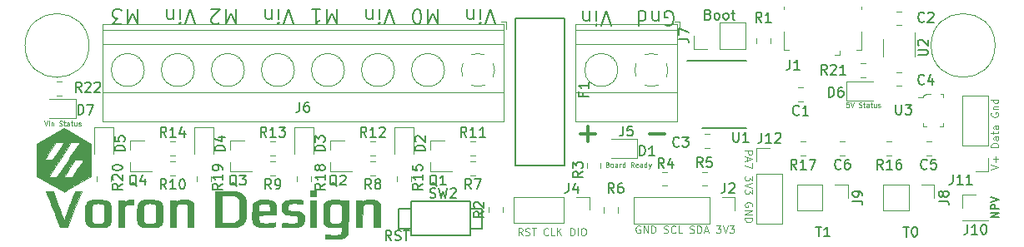
<source format=gbr>
G04 #@! TF.GenerationSoftware,KiCad,Pcbnew,(5.1.5)-3*
G04 #@! TF.CreationDate,2020-05-23T13:52:20-04:00*
G04 #@! TF.ProjectId,STM32_Klipper_Expander,53544d33-325f-44b6-9c69-707065725f45,B*
G04 #@! TF.SameCoordinates,Original*
G04 #@! TF.FileFunction,Legend,Top*
G04 #@! TF.FilePolarity,Positive*
%FSLAX46Y46*%
G04 Gerber Fmt 4.6, Leading zero omitted, Abs format (unit mm)*
G04 Created by KiCad (PCBNEW (5.1.5)-3) date 2020-05-23 13:52:20*
%MOMM*%
%LPD*%
G04 APERTURE LIST*
%ADD10C,0.100000*%
%ADD11C,0.300000*%
%ADD12C,0.120000*%
%ADD13C,0.150000*%
%ADD14C,0.200000*%
%ADD15C,0.010000*%
G04 APERTURE END LIST*
D10*
X159894761Y-92116285D02*
X159966190Y-92140095D01*
X159990000Y-92163904D01*
X160013809Y-92211523D01*
X160013809Y-92282952D01*
X159990000Y-92330571D01*
X159966190Y-92354380D01*
X159918571Y-92378190D01*
X159728095Y-92378190D01*
X159728095Y-91878190D01*
X159894761Y-91878190D01*
X159942380Y-91902000D01*
X159966190Y-91925809D01*
X159990000Y-91973428D01*
X159990000Y-92021047D01*
X159966190Y-92068666D01*
X159942380Y-92092476D01*
X159894761Y-92116285D01*
X159728095Y-92116285D01*
X160299523Y-92378190D02*
X160251904Y-92354380D01*
X160228095Y-92330571D01*
X160204285Y-92282952D01*
X160204285Y-92140095D01*
X160228095Y-92092476D01*
X160251904Y-92068666D01*
X160299523Y-92044857D01*
X160370952Y-92044857D01*
X160418571Y-92068666D01*
X160442380Y-92092476D01*
X160466190Y-92140095D01*
X160466190Y-92282952D01*
X160442380Y-92330571D01*
X160418571Y-92354380D01*
X160370952Y-92378190D01*
X160299523Y-92378190D01*
X160894761Y-92378190D02*
X160894761Y-92116285D01*
X160870952Y-92068666D01*
X160823333Y-92044857D01*
X160728095Y-92044857D01*
X160680476Y-92068666D01*
X160894761Y-92354380D02*
X160847142Y-92378190D01*
X160728095Y-92378190D01*
X160680476Y-92354380D01*
X160656666Y-92306761D01*
X160656666Y-92259142D01*
X160680476Y-92211523D01*
X160728095Y-92187714D01*
X160847142Y-92187714D01*
X160894761Y-92163904D01*
X161132857Y-92378190D02*
X161132857Y-92044857D01*
X161132857Y-92140095D02*
X161156666Y-92092476D01*
X161180476Y-92068666D01*
X161228095Y-92044857D01*
X161275714Y-92044857D01*
X161656666Y-92378190D02*
X161656666Y-91878190D01*
X161656666Y-92354380D02*
X161609047Y-92378190D01*
X161513809Y-92378190D01*
X161466190Y-92354380D01*
X161442380Y-92330571D01*
X161418571Y-92282952D01*
X161418571Y-92140095D01*
X161442380Y-92092476D01*
X161466190Y-92068666D01*
X161513809Y-92044857D01*
X161609047Y-92044857D01*
X161656666Y-92068666D01*
X162561428Y-92378190D02*
X162394761Y-92140095D01*
X162275714Y-92378190D02*
X162275714Y-91878190D01*
X162466190Y-91878190D01*
X162513809Y-91902000D01*
X162537619Y-91925809D01*
X162561428Y-91973428D01*
X162561428Y-92044857D01*
X162537619Y-92092476D01*
X162513809Y-92116285D01*
X162466190Y-92140095D01*
X162275714Y-92140095D01*
X162966190Y-92354380D02*
X162918571Y-92378190D01*
X162823333Y-92378190D01*
X162775714Y-92354380D01*
X162751904Y-92306761D01*
X162751904Y-92116285D01*
X162775714Y-92068666D01*
X162823333Y-92044857D01*
X162918571Y-92044857D01*
X162966190Y-92068666D01*
X162990000Y-92116285D01*
X162990000Y-92163904D01*
X162751904Y-92211523D01*
X163418571Y-92378190D02*
X163418571Y-92116285D01*
X163394761Y-92068666D01*
X163347142Y-92044857D01*
X163251904Y-92044857D01*
X163204285Y-92068666D01*
X163418571Y-92354380D02*
X163370952Y-92378190D01*
X163251904Y-92378190D01*
X163204285Y-92354380D01*
X163180476Y-92306761D01*
X163180476Y-92259142D01*
X163204285Y-92211523D01*
X163251904Y-92187714D01*
X163370952Y-92187714D01*
X163418571Y-92163904D01*
X163870952Y-92378190D02*
X163870952Y-91878190D01*
X163870952Y-92354380D02*
X163823333Y-92378190D01*
X163728095Y-92378190D01*
X163680476Y-92354380D01*
X163656666Y-92330571D01*
X163632857Y-92282952D01*
X163632857Y-92140095D01*
X163656666Y-92092476D01*
X163680476Y-92068666D01*
X163728095Y-92044857D01*
X163823333Y-92044857D01*
X163870952Y-92068666D01*
X164061428Y-92044857D02*
X164180476Y-92378190D01*
X164299523Y-92044857D02*
X164180476Y-92378190D01*
X164132857Y-92497238D01*
X164109047Y-92521047D01*
X164061428Y-92544857D01*
X102705047Y-87687190D02*
X102871714Y-88187190D01*
X103038380Y-87687190D01*
X103205047Y-88187190D02*
X103205047Y-87853857D01*
X103205047Y-87687190D02*
X103181238Y-87711000D01*
X103205047Y-87734809D01*
X103228857Y-87711000D01*
X103205047Y-87687190D01*
X103205047Y-87734809D01*
X103443142Y-87853857D02*
X103443142Y-88187190D01*
X103443142Y-87901476D02*
X103466952Y-87877666D01*
X103514571Y-87853857D01*
X103586000Y-87853857D01*
X103633619Y-87877666D01*
X103657428Y-87925285D01*
X103657428Y-88187190D01*
X104252666Y-88163380D02*
X104324095Y-88187190D01*
X104443142Y-88187190D01*
X104490761Y-88163380D01*
X104514571Y-88139571D01*
X104538380Y-88091952D01*
X104538380Y-88044333D01*
X104514571Y-87996714D01*
X104490761Y-87972904D01*
X104443142Y-87949095D01*
X104347904Y-87925285D01*
X104300285Y-87901476D01*
X104276476Y-87877666D01*
X104252666Y-87830047D01*
X104252666Y-87782428D01*
X104276476Y-87734809D01*
X104300285Y-87711000D01*
X104347904Y-87687190D01*
X104466952Y-87687190D01*
X104538380Y-87711000D01*
X104681238Y-87853857D02*
X104871714Y-87853857D01*
X104752666Y-87687190D02*
X104752666Y-88115761D01*
X104776476Y-88163380D01*
X104824095Y-88187190D01*
X104871714Y-88187190D01*
X105252666Y-88187190D02*
X105252666Y-87925285D01*
X105228857Y-87877666D01*
X105181238Y-87853857D01*
X105086000Y-87853857D01*
X105038380Y-87877666D01*
X105252666Y-88163380D02*
X105205047Y-88187190D01*
X105086000Y-88187190D01*
X105038380Y-88163380D01*
X105014571Y-88115761D01*
X105014571Y-88068142D01*
X105038380Y-88020523D01*
X105086000Y-87996714D01*
X105205047Y-87996714D01*
X105252666Y-87972904D01*
X105419333Y-87853857D02*
X105609809Y-87853857D01*
X105490761Y-87687190D02*
X105490761Y-88115761D01*
X105514571Y-88163380D01*
X105562190Y-88187190D01*
X105609809Y-88187190D01*
X105990761Y-87853857D02*
X105990761Y-88187190D01*
X105776476Y-87853857D02*
X105776476Y-88115761D01*
X105800285Y-88163380D01*
X105847904Y-88187190D01*
X105919333Y-88187190D01*
X105966952Y-88163380D01*
X105990761Y-88139571D01*
X106205047Y-88163380D02*
X106252666Y-88187190D01*
X106347904Y-88187190D01*
X106395523Y-88163380D01*
X106419333Y-88115761D01*
X106419333Y-88091952D01*
X106395523Y-88044333D01*
X106347904Y-88020523D01*
X106276476Y-88020523D01*
X106228857Y-87996714D01*
X106205047Y-87949095D01*
X106205047Y-87925285D01*
X106228857Y-87877666D01*
X106276476Y-87853857D01*
X106347904Y-87853857D01*
X106395523Y-87877666D01*
X184401714Y-85782190D02*
X184163619Y-85782190D01*
X184139809Y-86020285D01*
X184163619Y-85996476D01*
X184211238Y-85972666D01*
X184330285Y-85972666D01*
X184377904Y-85996476D01*
X184401714Y-86020285D01*
X184425523Y-86067904D01*
X184425523Y-86186952D01*
X184401714Y-86234571D01*
X184377904Y-86258380D01*
X184330285Y-86282190D01*
X184211238Y-86282190D01*
X184163619Y-86258380D01*
X184139809Y-86234571D01*
X184568380Y-85782190D02*
X184735047Y-86282190D01*
X184901714Y-85782190D01*
X185425523Y-86258380D02*
X185496952Y-86282190D01*
X185616000Y-86282190D01*
X185663619Y-86258380D01*
X185687428Y-86234571D01*
X185711238Y-86186952D01*
X185711238Y-86139333D01*
X185687428Y-86091714D01*
X185663619Y-86067904D01*
X185616000Y-86044095D01*
X185520761Y-86020285D01*
X185473142Y-85996476D01*
X185449333Y-85972666D01*
X185425523Y-85925047D01*
X185425523Y-85877428D01*
X185449333Y-85829809D01*
X185473142Y-85806000D01*
X185520761Y-85782190D01*
X185639809Y-85782190D01*
X185711238Y-85806000D01*
X185854095Y-85948857D02*
X186044571Y-85948857D01*
X185925523Y-85782190D02*
X185925523Y-86210761D01*
X185949333Y-86258380D01*
X185996952Y-86282190D01*
X186044571Y-86282190D01*
X186425523Y-86282190D02*
X186425523Y-86020285D01*
X186401714Y-85972666D01*
X186354095Y-85948857D01*
X186258857Y-85948857D01*
X186211238Y-85972666D01*
X186425523Y-86258380D02*
X186377904Y-86282190D01*
X186258857Y-86282190D01*
X186211238Y-86258380D01*
X186187428Y-86210761D01*
X186187428Y-86163142D01*
X186211238Y-86115523D01*
X186258857Y-86091714D01*
X186377904Y-86091714D01*
X186425523Y-86067904D01*
X186592190Y-85948857D02*
X186782666Y-85948857D01*
X186663619Y-85782190D02*
X186663619Y-86210761D01*
X186687428Y-86258380D01*
X186735047Y-86282190D01*
X186782666Y-86282190D01*
X187163619Y-85948857D02*
X187163619Y-86282190D01*
X186949333Y-85948857D02*
X186949333Y-86210761D01*
X186973142Y-86258380D01*
X187020761Y-86282190D01*
X187092190Y-86282190D01*
X187139809Y-86258380D01*
X187163619Y-86234571D01*
X187377904Y-86258380D02*
X187425523Y-86282190D01*
X187520761Y-86282190D01*
X187568380Y-86258380D01*
X187592190Y-86210761D01*
X187592190Y-86186952D01*
X187568380Y-86139333D01*
X187520761Y-86115523D01*
X187449333Y-86115523D01*
X187401714Y-86091714D01*
X187377904Y-86044095D01*
X187377904Y-86020285D01*
X187401714Y-85972666D01*
X187449333Y-85948857D01*
X187520761Y-85948857D01*
X187568380Y-85972666D01*
D11*
X157136285Y-88961857D02*
X158660095Y-88961857D01*
X157898190Y-89723761D02*
X157898190Y-88199952D01*
X164183904Y-88961857D02*
X165707714Y-88961857D01*
D10*
X173842714Y-90686000D02*
X174592714Y-90686000D01*
X174592714Y-90971714D01*
X174557000Y-91043142D01*
X174521285Y-91078857D01*
X174449857Y-91114571D01*
X174342714Y-91114571D01*
X174271285Y-91078857D01*
X174235571Y-91043142D01*
X174199857Y-90971714D01*
X174199857Y-90686000D01*
X174057000Y-91400285D02*
X174057000Y-91757428D01*
X173842714Y-91328857D02*
X174592714Y-91578857D01*
X173842714Y-91828857D01*
X174592714Y-92007428D02*
X174592714Y-92507428D01*
X173842714Y-92186000D01*
X174592714Y-93293142D02*
X174592714Y-93757428D01*
X174307000Y-93507428D01*
X174307000Y-93614571D01*
X174271285Y-93686000D01*
X174235571Y-93721714D01*
X174164142Y-93757428D01*
X173985571Y-93757428D01*
X173914142Y-93721714D01*
X173878428Y-93686000D01*
X173842714Y-93614571D01*
X173842714Y-93400285D01*
X173878428Y-93328857D01*
X173914142Y-93293142D01*
X174592714Y-93971714D02*
X173842714Y-94221714D01*
X174592714Y-94471714D01*
X174592714Y-94650285D02*
X174592714Y-95114571D01*
X174307000Y-94864571D01*
X174307000Y-94971714D01*
X174271285Y-95043142D01*
X174235571Y-95078857D01*
X174164142Y-95114571D01*
X173985571Y-95114571D01*
X173914142Y-95078857D01*
X173878428Y-95043142D01*
X173842714Y-94971714D01*
X173842714Y-94757428D01*
X173878428Y-94686000D01*
X173914142Y-94650285D01*
X174557000Y-96400285D02*
X174592714Y-96328857D01*
X174592714Y-96221714D01*
X174557000Y-96114571D01*
X174485571Y-96043142D01*
X174414142Y-96007428D01*
X174271285Y-95971714D01*
X174164142Y-95971714D01*
X174021285Y-96007428D01*
X173949857Y-96043142D01*
X173878428Y-96114571D01*
X173842714Y-96221714D01*
X173842714Y-96293142D01*
X173878428Y-96400285D01*
X173914142Y-96436000D01*
X174164142Y-96436000D01*
X174164142Y-96293142D01*
X173842714Y-96757428D02*
X174592714Y-96757428D01*
X173842714Y-97186000D01*
X174592714Y-97186000D01*
X173842714Y-97543142D02*
X174592714Y-97543142D01*
X174592714Y-97721714D01*
X174557000Y-97828857D01*
X174485571Y-97900285D01*
X174414142Y-97936000D01*
X174271285Y-97971714D01*
X174164142Y-97971714D01*
X174021285Y-97936000D01*
X173949857Y-97900285D01*
X173878428Y-97828857D01*
X173842714Y-97721714D01*
X173842714Y-97543142D01*
D12*
X107250000Y-80000000D02*
G75*
G03X107250000Y-80000000I-3250000J0D01*
G01*
X199250000Y-80000000D02*
G75*
G03X199250000Y-80000000I-3250000J0D01*
G01*
D13*
X181040095Y-98452380D02*
X181611523Y-98452380D01*
X181325809Y-99452380D02*
X181325809Y-98452380D01*
X182468666Y-99452380D02*
X181897238Y-99452380D01*
X182182952Y-99452380D02*
X182182952Y-98452380D01*
X182087714Y-98595238D01*
X181992476Y-98690476D01*
X181897238Y-98738095D01*
X199611904Y-97471428D02*
X198811904Y-97471428D01*
X199611904Y-97014285D01*
X198811904Y-97014285D01*
X199611904Y-96633333D02*
X198811904Y-96633333D01*
X198811904Y-96328571D01*
X198850000Y-96252380D01*
X198888095Y-96214285D01*
X198964285Y-96176190D01*
X199078571Y-96176190D01*
X199154761Y-96214285D01*
X199192857Y-96252380D01*
X199230952Y-96328571D01*
X199230952Y-96633333D01*
X198811904Y-95947619D02*
X199611904Y-95680952D01*
X198811904Y-95414285D01*
D10*
X198839285Y-92607142D02*
X199589285Y-92357142D01*
X198839285Y-92107142D01*
X199303571Y-91857142D02*
X199303571Y-91285714D01*
X199589285Y-91571428D02*
X199017857Y-91571428D01*
X199589285Y-90357142D02*
X198839285Y-90357142D01*
X198839285Y-90178571D01*
X198875000Y-90071428D01*
X198946428Y-90000000D01*
X199017857Y-89964285D01*
X199160714Y-89928571D01*
X199267857Y-89928571D01*
X199410714Y-89964285D01*
X199482142Y-90000000D01*
X199553571Y-90071428D01*
X199589285Y-90178571D01*
X199589285Y-90357142D01*
X199589285Y-89285714D02*
X199196428Y-89285714D01*
X199125000Y-89321428D01*
X199089285Y-89392857D01*
X199089285Y-89535714D01*
X199125000Y-89607142D01*
X199553571Y-89285714D02*
X199589285Y-89357142D01*
X199589285Y-89535714D01*
X199553571Y-89607142D01*
X199482142Y-89642857D01*
X199410714Y-89642857D01*
X199339285Y-89607142D01*
X199303571Y-89535714D01*
X199303571Y-89357142D01*
X199267857Y-89285714D01*
X199089285Y-89035714D02*
X199089285Y-88750000D01*
X198839285Y-88928571D02*
X199482142Y-88928571D01*
X199553571Y-88892857D01*
X199589285Y-88821428D01*
X199589285Y-88750000D01*
X199589285Y-88178571D02*
X199196428Y-88178571D01*
X199125000Y-88214285D01*
X199089285Y-88285714D01*
X199089285Y-88428571D01*
X199125000Y-88500000D01*
X199553571Y-88178571D02*
X199589285Y-88250000D01*
X199589285Y-88428571D01*
X199553571Y-88500000D01*
X199482142Y-88535714D01*
X199410714Y-88535714D01*
X199339285Y-88500000D01*
X199303571Y-88428571D01*
X199303571Y-88250000D01*
X199267857Y-88178571D01*
X198875000Y-86857142D02*
X198839285Y-86928571D01*
X198839285Y-87035714D01*
X198875000Y-87142857D01*
X198946428Y-87214285D01*
X199017857Y-87250000D01*
X199160714Y-87285714D01*
X199267857Y-87285714D01*
X199410714Y-87250000D01*
X199482142Y-87214285D01*
X199553571Y-87142857D01*
X199589285Y-87035714D01*
X199589285Y-86964285D01*
X199553571Y-86857142D01*
X199517857Y-86821428D01*
X199267857Y-86821428D01*
X199267857Y-86964285D01*
X199089285Y-86500000D02*
X199589285Y-86500000D01*
X199160714Y-86500000D02*
X199125000Y-86464285D01*
X199089285Y-86392857D01*
X199089285Y-86285714D01*
X199125000Y-86214285D01*
X199196428Y-86178571D01*
X199589285Y-86178571D01*
X199589285Y-85500000D02*
X198839285Y-85500000D01*
X199553571Y-85500000D02*
X199589285Y-85571428D01*
X199589285Y-85714285D01*
X199553571Y-85785714D01*
X199517857Y-85821428D01*
X199446428Y-85857142D01*
X199232142Y-85857142D01*
X199160714Y-85821428D01*
X199125000Y-85785714D01*
X199089285Y-85714285D01*
X199089285Y-85571428D01*
X199125000Y-85500000D01*
D13*
X137947380Y-99843380D02*
X137614047Y-99367190D01*
X137375952Y-99843380D02*
X137375952Y-98843380D01*
X137756904Y-98843380D01*
X137852142Y-98891000D01*
X137899761Y-98938619D01*
X137947380Y-99033857D01*
X137947380Y-99176714D01*
X137899761Y-99271952D01*
X137852142Y-99319571D01*
X137756904Y-99367190D01*
X137375952Y-99367190D01*
X138328333Y-99795761D02*
X138471190Y-99843380D01*
X138709285Y-99843380D01*
X138804523Y-99795761D01*
X138852142Y-99748142D01*
X138899761Y-99652904D01*
X138899761Y-99557666D01*
X138852142Y-99462428D01*
X138804523Y-99414809D01*
X138709285Y-99367190D01*
X138518809Y-99319571D01*
X138423571Y-99271952D01*
X138375952Y-99224333D01*
X138328333Y-99129095D01*
X138328333Y-99033857D01*
X138375952Y-98938619D01*
X138423571Y-98891000D01*
X138518809Y-98843380D01*
X138756904Y-98843380D01*
X138899761Y-98891000D01*
X139185476Y-98843380D02*
X139756904Y-98843380D01*
X139471190Y-99843380D02*
X139471190Y-98843380D01*
D10*
X151267857Y-99339285D02*
X151017857Y-98982142D01*
X150839285Y-99339285D02*
X150839285Y-98589285D01*
X151125000Y-98589285D01*
X151196428Y-98625000D01*
X151232142Y-98660714D01*
X151267857Y-98732142D01*
X151267857Y-98839285D01*
X151232142Y-98910714D01*
X151196428Y-98946428D01*
X151125000Y-98982142D01*
X150839285Y-98982142D01*
X151553571Y-99303571D02*
X151660714Y-99339285D01*
X151839285Y-99339285D01*
X151910714Y-99303571D01*
X151946428Y-99267857D01*
X151982142Y-99196428D01*
X151982142Y-99125000D01*
X151946428Y-99053571D01*
X151910714Y-99017857D01*
X151839285Y-98982142D01*
X151696428Y-98946428D01*
X151625000Y-98910714D01*
X151589285Y-98875000D01*
X151553571Y-98803571D01*
X151553571Y-98732142D01*
X151589285Y-98660714D01*
X151625000Y-98625000D01*
X151696428Y-98589285D01*
X151875000Y-98589285D01*
X151982142Y-98625000D01*
X152196428Y-98589285D02*
X152625000Y-98589285D01*
X152410714Y-99339285D02*
X152410714Y-98589285D01*
X153875000Y-99267857D02*
X153839285Y-99303571D01*
X153732142Y-99339285D01*
X153660714Y-99339285D01*
X153553571Y-99303571D01*
X153482142Y-99232142D01*
X153446428Y-99160714D01*
X153410714Y-99017857D01*
X153410714Y-98910714D01*
X153446428Y-98767857D01*
X153482142Y-98696428D01*
X153553571Y-98625000D01*
X153660714Y-98589285D01*
X153732142Y-98589285D01*
X153839285Y-98625000D01*
X153875000Y-98660714D01*
X154553571Y-99339285D02*
X154196428Y-99339285D01*
X154196428Y-98589285D01*
X154803571Y-99339285D02*
X154803571Y-98589285D01*
X155232142Y-99339285D02*
X154910714Y-98910714D01*
X155232142Y-98589285D02*
X154803571Y-99017857D01*
X156125000Y-99339285D02*
X156125000Y-98589285D01*
X156303571Y-98589285D01*
X156410714Y-98625000D01*
X156482142Y-98696428D01*
X156517857Y-98767857D01*
X156553571Y-98910714D01*
X156553571Y-99017857D01*
X156517857Y-99160714D01*
X156482142Y-99232142D01*
X156410714Y-99303571D01*
X156303571Y-99339285D01*
X156125000Y-99339285D01*
X156875000Y-99339285D02*
X156875000Y-98589285D01*
X157375000Y-98589285D02*
X157517857Y-98589285D01*
X157589285Y-98625000D01*
X157660714Y-98696428D01*
X157696428Y-98839285D01*
X157696428Y-99089285D01*
X157660714Y-99232142D01*
X157589285Y-99303571D01*
X157517857Y-99339285D01*
X157375000Y-99339285D01*
X157303571Y-99303571D01*
X157232142Y-99232142D01*
X157196428Y-99089285D01*
X157196428Y-98839285D01*
X157232142Y-98696428D01*
X157303571Y-98625000D01*
X157375000Y-98589285D01*
X163196428Y-98375000D02*
X163125000Y-98339285D01*
X163017857Y-98339285D01*
X162910714Y-98375000D01*
X162839285Y-98446428D01*
X162803571Y-98517857D01*
X162767857Y-98660714D01*
X162767857Y-98767857D01*
X162803571Y-98910714D01*
X162839285Y-98982142D01*
X162910714Y-99053571D01*
X163017857Y-99089285D01*
X163089285Y-99089285D01*
X163196428Y-99053571D01*
X163232142Y-99017857D01*
X163232142Y-98767857D01*
X163089285Y-98767857D01*
X163553571Y-99089285D02*
X163553571Y-98339285D01*
X163982142Y-99089285D01*
X163982142Y-98339285D01*
X164339285Y-99089285D02*
X164339285Y-98339285D01*
X164517857Y-98339285D01*
X164625000Y-98375000D01*
X164696428Y-98446428D01*
X164732142Y-98517857D01*
X164767857Y-98660714D01*
X164767857Y-98767857D01*
X164732142Y-98910714D01*
X164696428Y-98982142D01*
X164625000Y-99053571D01*
X164517857Y-99089285D01*
X164339285Y-99089285D01*
X165625000Y-99053571D02*
X165732142Y-99089285D01*
X165910714Y-99089285D01*
X165982142Y-99053571D01*
X166017857Y-99017857D01*
X166053571Y-98946428D01*
X166053571Y-98875000D01*
X166017857Y-98803571D01*
X165982142Y-98767857D01*
X165910714Y-98732142D01*
X165767857Y-98696428D01*
X165696428Y-98660714D01*
X165660714Y-98625000D01*
X165625000Y-98553571D01*
X165625000Y-98482142D01*
X165660714Y-98410714D01*
X165696428Y-98375000D01*
X165767857Y-98339285D01*
X165946428Y-98339285D01*
X166053571Y-98375000D01*
X166803571Y-99017857D02*
X166767857Y-99053571D01*
X166660714Y-99089285D01*
X166589285Y-99089285D01*
X166482142Y-99053571D01*
X166410714Y-98982142D01*
X166375000Y-98910714D01*
X166339285Y-98767857D01*
X166339285Y-98660714D01*
X166375000Y-98517857D01*
X166410714Y-98446428D01*
X166482142Y-98375000D01*
X166589285Y-98339285D01*
X166660714Y-98339285D01*
X166767857Y-98375000D01*
X166803571Y-98410714D01*
X167482142Y-99089285D02*
X167125000Y-99089285D01*
X167125000Y-98339285D01*
X168267857Y-99053571D02*
X168375000Y-99089285D01*
X168553571Y-99089285D01*
X168625000Y-99053571D01*
X168660714Y-99017857D01*
X168696428Y-98946428D01*
X168696428Y-98875000D01*
X168660714Y-98803571D01*
X168625000Y-98767857D01*
X168553571Y-98732142D01*
X168410714Y-98696428D01*
X168339285Y-98660714D01*
X168303571Y-98625000D01*
X168267857Y-98553571D01*
X168267857Y-98482142D01*
X168303571Y-98410714D01*
X168339285Y-98375000D01*
X168410714Y-98339285D01*
X168589285Y-98339285D01*
X168696428Y-98375000D01*
X169017857Y-99089285D02*
X169017857Y-98339285D01*
X169196428Y-98339285D01*
X169303571Y-98375000D01*
X169375000Y-98446428D01*
X169410714Y-98517857D01*
X169446428Y-98660714D01*
X169446428Y-98767857D01*
X169410714Y-98910714D01*
X169375000Y-98982142D01*
X169303571Y-99053571D01*
X169196428Y-99089285D01*
X169017857Y-99089285D01*
X169732142Y-98875000D02*
X170089285Y-98875000D01*
X169660714Y-99089285D02*
X169910714Y-98339285D01*
X170160714Y-99089285D01*
X170910714Y-98339285D02*
X171375000Y-98339285D01*
X171125000Y-98625000D01*
X171232142Y-98625000D01*
X171303571Y-98660714D01*
X171339285Y-98696428D01*
X171375000Y-98767857D01*
X171375000Y-98946428D01*
X171339285Y-99017857D01*
X171303571Y-99053571D01*
X171232142Y-99089285D01*
X171017857Y-99089285D01*
X170946428Y-99053571D01*
X170910714Y-99017857D01*
X171589285Y-98339285D02*
X171839285Y-99089285D01*
X172089285Y-98339285D01*
X172267857Y-98339285D02*
X172732142Y-98339285D01*
X172482142Y-98625000D01*
X172589285Y-98625000D01*
X172660714Y-98660714D01*
X172696428Y-98696428D01*
X172732142Y-98767857D01*
X172732142Y-98946428D01*
X172696428Y-99017857D01*
X172660714Y-99053571D01*
X172589285Y-99089285D01*
X172375000Y-99089285D01*
X172303571Y-99053571D01*
X172267857Y-99017857D01*
D14*
X148500000Y-77821428D02*
X148000000Y-76321428D01*
X147500000Y-77821428D01*
X147000000Y-76321428D02*
X147000000Y-77321428D01*
X147000000Y-77821428D02*
X147071428Y-77750000D01*
X147000000Y-77678571D01*
X146928571Y-77750000D01*
X147000000Y-77821428D01*
X147000000Y-77678571D01*
X146285714Y-77321428D02*
X146285714Y-76321428D01*
X146285714Y-77178571D02*
X146214285Y-77250000D01*
X146071428Y-77321428D01*
X145857142Y-77321428D01*
X145714285Y-77250000D01*
X145642857Y-77107142D01*
X145642857Y-76321428D01*
X142642857Y-76321428D02*
X142642857Y-77821428D01*
X142142857Y-76750000D01*
X141642857Y-77821428D01*
X141642857Y-76321428D01*
X140642857Y-77821428D02*
X140500000Y-77821428D01*
X140357142Y-77750000D01*
X140285714Y-77678571D01*
X140214285Y-77535714D01*
X140142857Y-77250000D01*
X140142857Y-76892857D01*
X140214285Y-76607142D01*
X140285714Y-76464285D01*
X140357142Y-76392857D01*
X140500000Y-76321428D01*
X140642857Y-76321428D01*
X140785714Y-76392857D01*
X140857142Y-76464285D01*
X140928571Y-76607142D01*
X141000000Y-76892857D01*
X141000000Y-77250000D01*
X140928571Y-77535714D01*
X140857142Y-77678571D01*
X140785714Y-77750000D01*
X140642857Y-77821428D01*
X128000000Y-77821428D02*
X127500000Y-76321428D01*
X127000000Y-77821428D01*
X126500000Y-76321428D02*
X126500000Y-77321428D01*
X126500000Y-77821428D02*
X126571428Y-77750000D01*
X126500000Y-77678571D01*
X126428571Y-77750000D01*
X126500000Y-77821428D01*
X126500000Y-77678571D01*
X125785714Y-77321428D02*
X125785714Y-76321428D01*
X125785714Y-77178571D02*
X125714285Y-77250000D01*
X125571428Y-77321428D01*
X125357142Y-77321428D01*
X125214285Y-77250000D01*
X125142857Y-77107142D01*
X125142857Y-76321428D01*
X122142857Y-76321428D02*
X122142857Y-77821428D01*
X121642857Y-76750000D01*
X121142857Y-77821428D01*
X121142857Y-76321428D01*
X120500000Y-77678571D02*
X120428571Y-77750000D01*
X120285714Y-77821428D01*
X119928571Y-77821428D01*
X119785714Y-77750000D01*
X119714285Y-77678571D01*
X119642857Y-77535714D01*
X119642857Y-77392857D01*
X119714285Y-77178571D01*
X120571428Y-76321428D01*
X119642857Y-76321428D01*
X138250000Y-77821428D02*
X137750000Y-76321428D01*
X137250000Y-77821428D01*
X136750000Y-76321428D02*
X136750000Y-77321428D01*
X136750000Y-77821428D02*
X136821428Y-77750000D01*
X136750000Y-77678571D01*
X136678571Y-77750000D01*
X136750000Y-77821428D01*
X136750000Y-77678571D01*
X136035714Y-77321428D02*
X136035714Y-76321428D01*
X136035714Y-77178571D02*
X135964285Y-77250000D01*
X135821428Y-77321428D01*
X135607142Y-77321428D01*
X135464285Y-77250000D01*
X135392857Y-77107142D01*
X135392857Y-76321428D01*
X132392857Y-76321428D02*
X132392857Y-77821428D01*
X131892857Y-76750000D01*
X131392857Y-77821428D01*
X131392857Y-76321428D01*
X129892857Y-76321428D02*
X130750000Y-76321428D01*
X130321428Y-76321428D02*
X130321428Y-77821428D01*
X130464285Y-77607142D01*
X130607142Y-77464285D01*
X130750000Y-77392857D01*
X165785714Y-77909000D02*
X165928571Y-77980428D01*
X166142857Y-77980428D01*
X166357142Y-77909000D01*
X166500000Y-77766142D01*
X166571428Y-77623285D01*
X166642857Y-77337571D01*
X166642857Y-77123285D01*
X166571428Y-76837571D01*
X166500000Y-76694714D01*
X166357142Y-76551857D01*
X166142857Y-76480428D01*
X166000000Y-76480428D01*
X165785714Y-76551857D01*
X165714285Y-76623285D01*
X165714285Y-77123285D01*
X166000000Y-77123285D01*
X165071428Y-77480428D02*
X165071428Y-76480428D01*
X165071428Y-77337571D02*
X165000000Y-77409000D01*
X164857142Y-77480428D01*
X164642857Y-77480428D01*
X164500000Y-77409000D01*
X164428571Y-77266142D01*
X164428571Y-76480428D01*
X163071428Y-76480428D02*
X163071428Y-77980428D01*
X163071428Y-76551857D02*
X163214285Y-76480428D01*
X163500000Y-76480428D01*
X163642857Y-76551857D01*
X163714285Y-76623285D01*
X163785714Y-76766142D01*
X163785714Y-77194714D01*
X163714285Y-77337571D01*
X163642857Y-77409000D01*
X163500000Y-77480428D01*
X163214285Y-77480428D01*
X163071428Y-77409000D01*
X160285714Y-77980428D02*
X159785714Y-76480428D01*
X159285714Y-77980428D01*
X158785714Y-76480428D02*
X158785714Y-77480428D01*
X158785714Y-77980428D02*
X158857142Y-77909000D01*
X158785714Y-77837571D01*
X158714285Y-77909000D01*
X158785714Y-77980428D01*
X158785714Y-77837571D01*
X158071428Y-77480428D02*
X158071428Y-76480428D01*
X158071428Y-77337571D02*
X158000000Y-77409000D01*
X157857142Y-77480428D01*
X157642857Y-77480428D01*
X157500000Y-77409000D01*
X157428571Y-77266142D01*
X157428571Y-76480428D01*
D13*
X170130952Y-76840571D02*
X170273809Y-76888190D01*
X170321428Y-76935809D01*
X170369047Y-77031047D01*
X170369047Y-77173904D01*
X170321428Y-77269142D01*
X170273809Y-77316761D01*
X170178571Y-77364380D01*
X169797619Y-77364380D01*
X169797619Y-76364380D01*
X170130952Y-76364380D01*
X170226190Y-76412000D01*
X170273809Y-76459619D01*
X170321428Y-76554857D01*
X170321428Y-76650095D01*
X170273809Y-76745333D01*
X170226190Y-76792952D01*
X170130952Y-76840571D01*
X169797619Y-76840571D01*
X170940476Y-77364380D02*
X170845238Y-77316761D01*
X170797619Y-77269142D01*
X170750000Y-77173904D01*
X170750000Y-76888190D01*
X170797619Y-76792952D01*
X170845238Y-76745333D01*
X170940476Y-76697714D01*
X171083333Y-76697714D01*
X171178571Y-76745333D01*
X171226190Y-76792952D01*
X171273809Y-76888190D01*
X171273809Y-77173904D01*
X171226190Y-77269142D01*
X171178571Y-77316761D01*
X171083333Y-77364380D01*
X170940476Y-77364380D01*
X171845238Y-77364380D02*
X171750000Y-77316761D01*
X171702380Y-77269142D01*
X171654761Y-77173904D01*
X171654761Y-76888190D01*
X171702380Y-76792952D01*
X171750000Y-76745333D01*
X171845238Y-76697714D01*
X171988095Y-76697714D01*
X172083333Y-76745333D01*
X172130952Y-76792952D01*
X172178571Y-76888190D01*
X172178571Y-77173904D01*
X172130952Y-77269142D01*
X172083333Y-77316761D01*
X171988095Y-77364380D01*
X171845238Y-77364380D01*
X172464285Y-76697714D02*
X172845238Y-76697714D01*
X172607142Y-76364380D02*
X172607142Y-77221523D01*
X172654761Y-77316761D01*
X172750000Y-77364380D01*
X172845238Y-77364380D01*
D14*
X118000000Y-77821428D02*
X117500000Y-76321428D01*
X117000000Y-77821428D01*
X116500000Y-76321428D02*
X116500000Y-77321428D01*
X116500000Y-77821428D02*
X116571428Y-77750000D01*
X116500000Y-77678571D01*
X116428571Y-77750000D01*
X116500000Y-77821428D01*
X116500000Y-77678571D01*
X115785714Y-77321428D02*
X115785714Y-76321428D01*
X115785714Y-77178571D02*
X115714285Y-77250000D01*
X115571428Y-77321428D01*
X115357142Y-77321428D01*
X115214285Y-77250000D01*
X115142857Y-77107142D01*
X115142857Y-76321428D01*
X112142857Y-76321428D02*
X112142857Y-77821428D01*
X111642857Y-76750000D01*
X111142857Y-77821428D01*
X111142857Y-76321428D01*
X110571428Y-77821428D02*
X109642857Y-77821428D01*
X110142857Y-77250000D01*
X109928571Y-77250000D01*
X109785714Y-77178571D01*
X109714285Y-77107142D01*
X109642857Y-76964285D01*
X109642857Y-76607142D01*
X109714285Y-76464285D01*
X109785714Y-76392857D01*
X109928571Y-76321428D01*
X110357142Y-76321428D01*
X110500000Y-76392857D01*
X110571428Y-76464285D01*
D13*
X189930095Y-98462380D02*
X190501523Y-98462380D01*
X190215809Y-99462380D02*
X190215809Y-98462380D01*
X191025333Y-98462380D02*
X191120571Y-98462380D01*
X191215809Y-98510000D01*
X191263428Y-98557619D01*
X191311047Y-98652857D01*
X191358666Y-98843333D01*
X191358666Y-99081428D01*
X191311047Y-99271904D01*
X191263428Y-99367142D01*
X191215809Y-99414761D01*
X191120571Y-99462380D01*
X191025333Y-99462380D01*
X190930095Y-99414761D01*
X190882476Y-99367142D01*
X190834857Y-99271904D01*
X190787238Y-99081428D01*
X190787238Y-98843333D01*
X190834857Y-98652857D01*
X190882476Y-98557619D01*
X190930095Y-98510000D01*
X191025333Y-98462380D01*
D10*
X192303000Y-84914000D02*
X192678000Y-84914000D01*
X191978000Y-85239000D02*
X191453000Y-85239000D01*
X191978000Y-85139000D02*
X191978000Y-85239000D01*
X192303000Y-84914000D02*
X191978000Y-85139000D01*
X193978000Y-88214000D02*
X193653000Y-88214000D01*
X193978000Y-87914000D02*
X193978000Y-88214000D01*
X191978000Y-88214000D02*
X192278000Y-88214000D01*
X191978000Y-87889000D02*
X191978000Y-88214000D01*
X193978000Y-84914000D02*
X193678000Y-84914000D01*
X193978000Y-85239000D02*
X193978000Y-84914000D01*
D12*
X191119000Y-81139000D02*
X191119000Y-78689000D01*
X187899000Y-79339000D02*
X187899000Y-81139000D01*
D13*
X168000000Y-81550000D02*
X173975000Y-81550000D01*
X169525000Y-88450000D02*
X173975000Y-88450000D01*
X139940000Y-95863000D02*
X145940000Y-95863000D01*
X145940000Y-99363000D02*
X139940000Y-99363000D01*
X145940000Y-99363000D02*
X145940000Y-95863000D01*
X139940000Y-95863000D02*
X139940000Y-99363000D01*
X139940000Y-98613000D02*
X138690000Y-98613000D01*
X138690000Y-98613000D02*
X138690000Y-96613000D01*
X138690000Y-96613000D02*
X139940000Y-96613000D01*
X147190000Y-98613000D02*
X145940000Y-98613000D01*
X145940000Y-96613000D02*
X147190000Y-96613000D01*
X147190000Y-96613000D02*
X147190000Y-98613000D01*
D12*
X103946422Y-85115000D02*
X104463578Y-85115000D01*
X103946422Y-83695000D02*
X104463578Y-83695000D01*
X186124578Y-81790000D02*
X185607422Y-81790000D01*
X186124578Y-83210000D02*
X185607422Y-83210000D01*
X109487000Y-93807578D02*
X109487000Y-93290422D01*
X108067000Y-93807578D02*
X108067000Y-93290422D01*
X119647000Y-93807578D02*
X119647000Y-93290422D01*
X118227000Y-93807578D02*
X118227000Y-93290422D01*
X129807000Y-93807578D02*
X129807000Y-93290422D01*
X128387000Y-93807578D02*
X128387000Y-93290422D01*
X180008578Y-89790000D02*
X179491422Y-89790000D01*
X180008578Y-91210000D02*
X179491422Y-91210000D01*
X188758578Y-89790000D02*
X188241422Y-89790000D01*
X188758578Y-91210000D02*
X188241422Y-91210000D01*
X139967000Y-93807578D02*
X139967000Y-93290422D01*
X138547000Y-93807578D02*
X138547000Y-93290422D01*
X116004578Y-89790000D02*
X115487422Y-89790000D01*
X116004578Y-91210000D02*
X115487422Y-91210000D01*
X126164578Y-89790000D02*
X125647422Y-89790000D01*
X126164578Y-91210000D02*
X125647422Y-91210000D01*
X136324578Y-89790000D02*
X135807422Y-89790000D01*
X136324578Y-91210000D02*
X135807422Y-91210000D01*
X146484578Y-89790000D02*
X145967422Y-89790000D01*
X146484578Y-91210000D02*
X145967422Y-91210000D01*
X116004578Y-91790000D02*
X115487422Y-91790000D01*
X116004578Y-93210000D02*
X115487422Y-93210000D01*
X126164578Y-91790000D02*
X125647422Y-91790000D01*
X126164578Y-93210000D02*
X125647422Y-93210000D01*
X136324578Y-91790000D02*
X135807422Y-91790000D01*
X136324578Y-93210000D02*
X135807422Y-93210000D01*
X146484578Y-91790000D02*
X145967422Y-91790000D01*
X146484578Y-93210000D02*
X145967422Y-93210000D01*
X159540000Y-96491422D02*
X159540000Y-97008578D01*
X160960000Y-96491422D02*
X160960000Y-97008578D01*
X169465422Y-94286000D02*
X169982578Y-94286000D01*
X169465422Y-92866000D02*
X169982578Y-92866000D01*
X165918578Y-92866000D02*
X165401422Y-92866000D01*
X165918578Y-94286000D02*
X165401422Y-94286000D01*
X157790000Y-91991422D02*
X157790000Y-92508578D01*
X159210000Y-91991422D02*
X159210000Y-92508578D01*
X149238000Y-96982578D02*
X149238000Y-96465422D01*
X147818000Y-96982578D02*
X147818000Y-96465422D01*
X175040000Y-79241422D02*
X175040000Y-79758578D01*
X176460000Y-79241422D02*
X176460000Y-79758578D01*
X111436000Y-89670000D02*
X112896000Y-89670000D01*
X111436000Y-92830000D02*
X113596000Y-92830000D01*
X111436000Y-92830000D02*
X111436000Y-91900000D01*
X111436000Y-89670000D02*
X111436000Y-90600000D01*
X121596000Y-89670000D02*
X123056000Y-89670000D01*
X121596000Y-92830000D02*
X123756000Y-92830000D01*
X121596000Y-92830000D02*
X121596000Y-91900000D01*
X121596000Y-89670000D02*
X121596000Y-90600000D01*
X131756000Y-89670000D02*
X133216000Y-89670000D01*
X131756000Y-92830000D02*
X133916000Y-92830000D01*
X131756000Y-92830000D02*
X131756000Y-91900000D01*
X131756000Y-89670000D02*
X131756000Y-90600000D01*
X141916000Y-89670000D02*
X143376000Y-89670000D01*
X141916000Y-92830000D02*
X144076000Y-92830000D01*
X141916000Y-92830000D02*
X141916000Y-91900000D01*
X141916000Y-89670000D02*
X141916000Y-90600000D01*
X175011000Y-90441000D02*
X176341000Y-90441000D01*
X175011000Y-91771000D02*
X175011000Y-90441000D01*
X175011000Y-93041000D02*
X177671000Y-93041000D01*
X177671000Y-93041000D02*
X177671000Y-98181000D01*
X175011000Y-93041000D02*
X175011000Y-98181000D01*
X175011000Y-98181000D02*
X177671000Y-98181000D01*
X198580000Y-92830000D02*
X197250000Y-92830000D01*
X198580000Y-91500000D02*
X198580000Y-92830000D01*
X198580000Y-90230000D02*
X195920000Y-90230000D01*
X195920000Y-90230000D02*
X195920000Y-85090000D01*
X198580000Y-90230000D02*
X198580000Y-85090000D01*
X198580000Y-85090000D02*
X195920000Y-85090000D01*
X195920000Y-95170000D02*
X197250000Y-95170000D01*
X195920000Y-96500000D02*
X195920000Y-95170000D01*
X195920000Y-97770000D02*
X198580000Y-97770000D01*
X198580000Y-97770000D02*
X198580000Y-97830000D01*
X195920000Y-97770000D02*
X195920000Y-97830000D01*
X195920000Y-97830000D02*
X198580000Y-97830000D01*
X184330000Y-94170000D02*
X184330000Y-95500000D01*
X183000000Y-94170000D02*
X184330000Y-94170000D01*
X181730000Y-94170000D02*
X181730000Y-96830000D01*
X181730000Y-96830000D02*
X179130000Y-96830000D01*
X181730000Y-94170000D02*
X179130000Y-94170000D01*
X179130000Y-94170000D02*
X179130000Y-96830000D01*
X193080000Y-94170000D02*
X193080000Y-95500000D01*
X191750000Y-94170000D02*
X193080000Y-94170000D01*
X190480000Y-94170000D02*
X190480000Y-96830000D01*
X190480000Y-96830000D02*
X187880000Y-96830000D01*
X190480000Y-94170000D02*
X187880000Y-94170000D01*
X187880000Y-94170000D02*
X187880000Y-96830000D01*
X168670000Y-80330000D02*
X168670000Y-79000000D01*
X170000000Y-80330000D02*
X168670000Y-80330000D01*
X171270000Y-80330000D02*
X171270000Y-77670000D01*
X171270000Y-77670000D02*
X173870000Y-77670000D01*
X171270000Y-80330000D02*
X173870000Y-80330000D01*
X173870000Y-80330000D02*
X173870000Y-77670000D01*
X146066682Y-80965244D02*
G75*
G02X146750000Y-80820000I683318J-1534756D01*
G01*
X145214574Y-83183042D02*
G75*
G02X145215000Y-81816000I1535426J683042D01*
G01*
X147433042Y-84035426D02*
G75*
G02X146066000Y-84035000I-683042J1535426D01*
G01*
X148285426Y-81816958D02*
G75*
G02X148285000Y-83184000I-1535426J-683042D01*
G01*
X146721195Y-80819747D02*
G75*
G02X147434000Y-80965000I28805J-1680253D01*
G01*
X143350000Y-82500000D02*
G75*
G03X143350000Y-82500000I-1680000J0D01*
G01*
X138270000Y-82500000D02*
G75*
G03X138270000Y-82500000I-1680000J0D01*
G01*
X133190000Y-82500000D02*
G75*
G03X133190000Y-82500000I-1680000J0D01*
G01*
X128110000Y-82500000D02*
G75*
G03X128110000Y-82500000I-1680000J0D01*
G01*
X123030000Y-82500000D02*
G75*
G03X123030000Y-82500000I-1680000J0D01*
G01*
X117950000Y-82500000D02*
G75*
G03X117950000Y-82500000I-1680000J0D01*
G01*
X112870000Y-82500000D02*
G75*
G03X112870000Y-82500000I-1680000J0D01*
G01*
X149350000Y-78400000D02*
X108590000Y-78400000D01*
X149350000Y-79900000D02*
X108590000Y-79900000D01*
X149350000Y-84801000D02*
X108590000Y-84801000D01*
X149350000Y-87761000D02*
X108590000Y-87761000D01*
X149350000Y-77840000D02*
X108590000Y-77840000D01*
X149350000Y-87761000D02*
X149350000Y-77840000D01*
X108590000Y-87761000D02*
X108590000Y-77840000D01*
X140395000Y-83569000D02*
X140442000Y-83523000D01*
X142704000Y-81261000D02*
X142739000Y-81226000D01*
X140600000Y-83775000D02*
X140635000Y-83739000D01*
X142897000Y-81477000D02*
X142944000Y-81431000D01*
X135315000Y-83569000D02*
X135362000Y-83523000D01*
X137624000Y-81261000D02*
X137659000Y-81226000D01*
X135520000Y-83775000D02*
X135555000Y-83739000D01*
X137817000Y-81477000D02*
X137864000Y-81431000D01*
X130235000Y-83569000D02*
X130282000Y-83523000D01*
X132544000Y-81261000D02*
X132579000Y-81226000D01*
X130440000Y-83775000D02*
X130475000Y-83739000D01*
X132737000Y-81477000D02*
X132784000Y-81431000D01*
X125155000Y-83569000D02*
X125202000Y-83523000D01*
X127464000Y-81261000D02*
X127499000Y-81226000D01*
X125360000Y-83775000D02*
X125395000Y-83739000D01*
X127657000Y-81477000D02*
X127704000Y-81431000D01*
X120075000Y-83569000D02*
X120122000Y-83523000D01*
X122384000Y-81261000D02*
X122419000Y-81226000D01*
X120280000Y-83775000D02*
X120315000Y-83739000D01*
X122577000Y-81477000D02*
X122624000Y-81431000D01*
X114995000Y-83569000D02*
X115042000Y-83523000D01*
X117304000Y-81261000D02*
X117339000Y-81226000D01*
X115200000Y-83775000D02*
X115235000Y-83739000D01*
X117497000Y-81477000D02*
X117544000Y-81431000D01*
X109915000Y-83569000D02*
X109962000Y-83523000D01*
X112224000Y-81261000D02*
X112259000Y-81226000D01*
X110120000Y-83775000D02*
X110155000Y-83739000D01*
X112417000Y-81477000D02*
X112464000Y-81431000D01*
X149590000Y-78340000D02*
X149590000Y-77600000D01*
X149590000Y-77600000D02*
X149090000Y-77600000D01*
X167190000Y-77600000D02*
X166690000Y-77600000D01*
X167190000Y-78340000D02*
X167190000Y-77600000D01*
X160497000Y-81477000D02*
X160544000Y-81431000D01*
X158200000Y-83775000D02*
X158235000Y-83739000D01*
X160304000Y-81261000D02*
X160339000Y-81226000D01*
X157995000Y-83569000D02*
X158042000Y-83523000D01*
X156670000Y-87761000D02*
X156670000Y-77840000D01*
X166950000Y-87761000D02*
X166950000Y-77840000D01*
X166950000Y-77840000D02*
X156670000Y-77840000D01*
X166950000Y-87761000D02*
X156670000Y-87761000D01*
X166950000Y-84801000D02*
X156670000Y-84801000D01*
X166950000Y-79900000D02*
X156670000Y-79900000D01*
X166950000Y-78400000D02*
X156670000Y-78400000D01*
X160950000Y-82500000D02*
G75*
G03X160950000Y-82500000I-1680000J0D01*
G01*
X164321195Y-80819747D02*
G75*
G02X165034000Y-80965000I28805J-1680253D01*
G01*
X165885426Y-81816958D02*
G75*
G02X165885000Y-83184000I-1535426J-683042D01*
G01*
X165033042Y-84035426D02*
G75*
G02X163666000Y-84035000I-683042J1535426D01*
G01*
X162814574Y-83183042D02*
G75*
G02X162815000Y-81816000I1535426J683042D01*
G01*
X163666682Y-80965244D02*
G75*
G02X164350000Y-80820000I683318J-1534756D01*
G01*
X158080000Y-95420000D02*
X158080000Y-96750000D01*
X156750000Y-95420000D02*
X158080000Y-95420000D01*
X155480000Y-95420000D02*
X155480000Y-98080000D01*
X155480000Y-98080000D02*
X150340000Y-98080000D01*
X155480000Y-95420000D02*
X150340000Y-95420000D01*
X150340000Y-95420000D02*
X150340000Y-98080000D01*
X172824000Y-95448000D02*
X172824000Y-96778000D01*
X171494000Y-95448000D02*
X172824000Y-95448000D01*
X170224000Y-95448000D02*
X170224000Y-98108000D01*
X170224000Y-98108000D02*
X162544000Y-98108000D01*
X170224000Y-95448000D02*
X162544000Y-95448000D01*
X162544000Y-95448000D02*
X162544000Y-98108000D01*
X183442000Y-80971500D02*
X183442000Y-80521500D01*
X183442000Y-80971500D02*
X182992000Y-80971500D01*
X177842000Y-80421500D02*
X178292000Y-80421500D01*
X177842000Y-78571500D02*
X177842000Y-80421500D01*
X185642000Y-76021500D02*
X185642000Y-76271500D01*
X177842000Y-76021500D02*
X177842000Y-76271500D01*
X185642000Y-78571500D02*
X185642000Y-80421500D01*
X185642000Y-80421500D02*
X185192000Y-80421500D01*
D13*
X155500000Y-92240000D02*
X155500000Y-77240000D01*
X150500000Y-92240000D02*
X155500000Y-92240000D01*
X150500000Y-77240000D02*
X150500000Y-92240000D01*
X155500000Y-77240000D02*
X150500000Y-77240000D01*
D12*
X105890000Y-85477000D02*
X103205000Y-85477000D01*
X105890000Y-87397000D02*
X105890000Y-85477000D01*
X103205000Y-87397000D02*
X105890000Y-87397000D01*
X184181000Y-85619000D02*
X186866000Y-85619000D01*
X184181000Y-83699000D02*
X184181000Y-85619000D01*
X186866000Y-83699000D02*
X184181000Y-83699000D01*
X107817000Y-88308000D02*
X107817000Y-90993000D01*
X109737000Y-88308000D02*
X107817000Y-88308000D01*
X109737000Y-90993000D02*
X109737000Y-88308000D01*
X117977000Y-88308000D02*
X117977000Y-90993000D01*
X119897000Y-88308000D02*
X117977000Y-88308000D01*
X119897000Y-90993000D02*
X119897000Y-88308000D01*
X128137000Y-88308000D02*
X128137000Y-90993000D01*
X130057000Y-88308000D02*
X128137000Y-88308000D01*
X130057000Y-90993000D02*
X130057000Y-88308000D01*
X138297000Y-88308000D02*
X138297000Y-90993000D01*
X140217000Y-88308000D02*
X138297000Y-88308000D01*
X140217000Y-90993000D02*
X140217000Y-88308000D01*
X162935000Y-89540000D02*
X160250000Y-89540000D01*
X162935000Y-91460000D02*
X162935000Y-89540000D01*
X160250000Y-91460000D02*
X162935000Y-91460000D01*
X184008578Y-89790000D02*
X183491422Y-89790000D01*
X184008578Y-91210000D02*
X183491422Y-91210000D01*
X192758578Y-89790000D02*
X192241422Y-89790000D01*
X192758578Y-91210000D02*
X192241422Y-91210000D01*
X189250422Y-84124000D02*
X189767578Y-84124000D01*
X189250422Y-82704000D02*
X189767578Y-82704000D01*
X169741422Y-90460000D02*
X170258578Y-90460000D01*
X169741422Y-89040000D02*
X170258578Y-89040000D01*
X189759578Y-76530000D02*
X189242422Y-76530000D01*
X189759578Y-77950000D02*
X189242422Y-77950000D01*
X179758578Y-84290000D02*
X179241422Y-84290000D01*
X179758578Y-85710000D02*
X179241422Y-85710000D01*
D15*
G36*
X107481600Y-89994150D02*
G01*
X107481600Y-93293849D01*
X106092308Y-94094524D01*
X105752339Y-94290185D01*
X105442012Y-94468267D01*
X105171882Y-94622754D01*
X104952505Y-94747630D01*
X104794439Y-94836877D01*
X104708239Y-94884478D01*
X104695308Y-94890770D01*
X104651181Y-94865166D01*
X104529791Y-94794713D01*
X104341745Y-94685566D01*
X104097649Y-94543881D01*
X103808109Y-94375815D01*
X103483731Y-94187525D01*
X103316000Y-94090162D01*
X102090648Y-93378876D01*
X103146666Y-93378876D01*
X103185441Y-93398402D01*
X103303479Y-93413187D01*
X103478467Y-93420891D01*
X103553066Y-93421479D01*
X103976400Y-93420959D01*
X103990821Y-93399076D01*
X104713000Y-93399076D01*
X104759850Y-93409563D01*
X104884616Y-93417500D01*
X105063623Y-93421596D01*
X105132100Y-93421886D01*
X105551200Y-93421772D01*
X106033800Y-92678043D01*
X106198838Y-92423678D01*
X106350963Y-92189166D01*
X106478863Y-91991951D01*
X106571223Y-91849476D01*
X106610288Y-91789156D01*
X106704177Y-91644000D01*
X105842093Y-91644000D01*
X105277546Y-92510076D01*
X105107034Y-92772735D01*
X104957186Y-93005619D01*
X104836286Y-93195683D01*
X104752618Y-93329882D01*
X104714465Y-93395172D01*
X104713000Y-93399076D01*
X103990821Y-93399076D01*
X105119400Y-91686603D01*
X105367036Y-91310432D01*
X105597037Y-90960255D01*
X105803420Y-90645238D01*
X105980202Y-90374551D01*
X106121399Y-90157361D01*
X106221029Y-90002837D01*
X106273108Y-89920148D01*
X106279333Y-89909123D01*
X106240558Y-89889597D01*
X106122520Y-89874812D01*
X105947532Y-89867108D01*
X105872933Y-89866520D01*
X105449600Y-89867040D01*
X104306600Y-91601396D01*
X104058963Y-91977567D01*
X103828962Y-92327744D01*
X103622579Y-92642761D01*
X103445797Y-92913448D01*
X103304600Y-93130638D01*
X103204970Y-93285162D01*
X103152891Y-93367851D01*
X103146666Y-93378876D01*
X102090648Y-93378876D01*
X101944400Y-93293983D01*
X101944400Y-91644000D01*
X102721822Y-91644000D01*
X103583906Y-91644000D01*
X104148453Y-90777923D01*
X104318965Y-90515264D01*
X104468813Y-90282380D01*
X104589713Y-90092316D01*
X104673381Y-89958117D01*
X104711534Y-89892827D01*
X104713000Y-89888923D01*
X104666149Y-89878436D01*
X104541383Y-89870499D01*
X104362376Y-89866403D01*
X104293900Y-89866113D01*
X103874800Y-89866227D01*
X103392200Y-90609956D01*
X103227161Y-90864321D01*
X103075036Y-91098833D01*
X102947136Y-91296048D01*
X102854776Y-91438523D01*
X102815711Y-91498843D01*
X102721822Y-91644000D01*
X101944400Y-91644000D01*
X101944400Y-89994150D01*
X104713000Y-88398552D01*
X107481600Y-89994150D01*
G37*
X107481600Y-89994150D02*
X107481600Y-93293849D01*
X106092308Y-94094524D01*
X105752339Y-94290185D01*
X105442012Y-94468267D01*
X105171882Y-94622754D01*
X104952505Y-94747630D01*
X104794439Y-94836877D01*
X104708239Y-94884478D01*
X104695308Y-94890770D01*
X104651181Y-94865166D01*
X104529791Y-94794713D01*
X104341745Y-94685566D01*
X104097649Y-94543881D01*
X103808109Y-94375815D01*
X103483731Y-94187525D01*
X103316000Y-94090162D01*
X102090648Y-93378876D01*
X103146666Y-93378876D01*
X103185441Y-93398402D01*
X103303479Y-93413187D01*
X103478467Y-93420891D01*
X103553066Y-93421479D01*
X103976400Y-93420959D01*
X103990821Y-93399076D01*
X104713000Y-93399076D01*
X104759850Y-93409563D01*
X104884616Y-93417500D01*
X105063623Y-93421596D01*
X105132100Y-93421886D01*
X105551200Y-93421772D01*
X106033800Y-92678043D01*
X106198838Y-92423678D01*
X106350963Y-92189166D01*
X106478863Y-91991951D01*
X106571223Y-91849476D01*
X106610288Y-91789156D01*
X106704177Y-91644000D01*
X105842093Y-91644000D01*
X105277546Y-92510076D01*
X105107034Y-92772735D01*
X104957186Y-93005619D01*
X104836286Y-93195683D01*
X104752618Y-93329882D01*
X104714465Y-93395172D01*
X104713000Y-93399076D01*
X103990821Y-93399076D01*
X105119400Y-91686603D01*
X105367036Y-91310432D01*
X105597037Y-90960255D01*
X105803420Y-90645238D01*
X105980202Y-90374551D01*
X106121399Y-90157361D01*
X106221029Y-90002837D01*
X106273108Y-89920148D01*
X106279333Y-89909123D01*
X106240558Y-89889597D01*
X106122520Y-89874812D01*
X105947532Y-89867108D01*
X105872933Y-89866520D01*
X105449600Y-89867040D01*
X104306600Y-91601396D01*
X104058963Y-91977567D01*
X103828962Y-92327744D01*
X103622579Y-92642761D01*
X103445797Y-92913448D01*
X103304600Y-93130638D01*
X103204970Y-93285162D01*
X103152891Y-93367851D01*
X103146666Y-93378876D01*
X102090648Y-93378876D01*
X101944400Y-93293983D01*
X101944400Y-91644000D01*
X102721822Y-91644000D01*
X103583906Y-91644000D01*
X104148453Y-90777923D01*
X104318965Y-90515264D01*
X104468813Y-90282380D01*
X104589713Y-90092316D01*
X104673381Y-89958117D01*
X104711534Y-89892827D01*
X104713000Y-89888923D01*
X104666149Y-89878436D01*
X104541383Y-89870499D01*
X104362376Y-89866403D01*
X104293900Y-89866113D01*
X103874800Y-89866227D01*
X103392200Y-90609956D01*
X103227161Y-90864321D01*
X103075036Y-91098833D01*
X102947136Y-91296048D01*
X102854776Y-91438523D01*
X102815711Y-91498843D01*
X102721822Y-91644000D01*
X101944400Y-91644000D01*
X101944400Y-89994150D01*
X104713000Y-88398552D01*
X107481600Y-89994150D01*
G36*
X130342536Y-95328511D02*
G01*
X129708291Y-95328511D01*
X129708291Y-94784872D01*
X130342536Y-94784872D01*
X130342536Y-95328511D01*
G37*
X130342536Y-95328511D02*
X129708291Y-95328511D01*
X129708291Y-94784872D01*
X130342536Y-94784872D01*
X130342536Y-95328511D01*
G36*
X136176309Y-95715948D02*
G01*
X136186650Y-95717824D01*
X136386208Y-95768782D01*
X136537322Y-95841205D01*
X136649995Y-95941315D01*
X136721859Y-96050600D01*
X136805794Y-96211270D01*
X136805794Y-98469533D01*
X136171549Y-98469533D01*
X136171104Y-97420009D01*
X136170328Y-97112706D01*
X136168189Y-96861456D01*
X136164540Y-96661922D01*
X136159236Y-96509766D01*
X136152131Y-96400648D01*
X136143078Y-96330231D01*
X136133284Y-96296632D01*
X136068124Y-96208773D01*
X135971441Y-96148981D01*
X135835268Y-96114371D01*
X135651638Y-96102055D01*
X135596557Y-96102131D01*
X135408393Y-96111355D01*
X135268489Y-96136349D01*
X135165903Y-96180890D01*
X135089695Y-96248754D01*
X135061905Y-96286665D01*
X135047570Y-96313390D01*
X135035906Y-96349631D01*
X135026566Y-96401701D01*
X135019204Y-96475914D01*
X135013472Y-96578585D01*
X135009024Y-96716028D01*
X135005514Y-96894557D01*
X135002594Y-97120485D01*
X134999918Y-97400127D01*
X134999759Y-97418616D01*
X134990752Y-98469533D01*
X134359421Y-98469533D01*
X134359421Y-95751341D01*
X134676543Y-95751341D01*
X134820008Y-95752543D01*
X134913254Y-95757188D01*
X134966439Y-95766828D01*
X134989719Y-95783020D01*
X134993666Y-95799875D01*
X135009258Y-95833191D01*
X135046519Y-95826447D01*
X135240895Y-95764572D01*
X135472312Y-95720560D01*
X135719520Y-95696436D01*
X135961269Y-95694224D01*
X136176309Y-95715948D01*
G37*
X136176309Y-95715948D02*
X136186650Y-95717824D01*
X136386208Y-95768782D01*
X136537322Y-95841205D01*
X136649995Y-95941315D01*
X136721859Y-96050600D01*
X136805794Y-96211270D01*
X136805794Y-98469533D01*
X136171549Y-98469533D01*
X136171104Y-97420009D01*
X136170328Y-97112706D01*
X136168189Y-96861456D01*
X136164540Y-96661922D01*
X136159236Y-96509766D01*
X136152131Y-96400648D01*
X136143078Y-96330231D01*
X136133284Y-96296632D01*
X136068124Y-96208773D01*
X135971441Y-96148981D01*
X135835268Y-96114371D01*
X135651638Y-96102055D01*
X135596557Y-96102131D01*
X135408393Y-96111355D01*
X135268489Y-96136349D01*
X135165903Y-96180890D01*
X135089695Y-96248754D01*
X135061905Y-96286665D01*
X135047570Y-96313390D01*
X135035906Y-96349631D01*
X135026566Y-96401701D01*
X135019204Y-96475914D01*
X135013472Y-96578585D01*
X135009024Y-96716028D01*
X135005514Y-96894557D01*
X135002594Y-97120485D01*
X134999918Y-97400127D01*
X134999759Y-97418616D01*
X134990752Y-98469533D01*
X134359421Y-98469533D01*
X134359421Y-95751341D01*
X134676543Y-95751341D01*
X134820008Y-95752543D01*
X134913254Y-95757188D01*
X134966439Y-95766828D01*
X134989719Y-95783020D01*
X134993666Y-95799875D01*
X135009258Y-95833191D01*
X135046519Y-95826447D01*
X135240895Y-95764572D01*
X135472312Y-95720560D01*
X135719520Y-95696436D01*
X135961269Y-95694224D01*
X136176309Y-95715948D01*
G36*
X130342536Y-98469533D02*
G01*
X129708291Y-98469533D01*
X129708291Y-95751341D01*
X130342536Y-95751341D01*
X130342536Y-98469533D01*
G37*
X130342536Y-98469533D02*
X129708291Y-98469533D01*
X129708291Y-95751341D01*
X130342536Y-95751341D01*
X130342536Y-98469533D01*
G36*
X121361332Y-94846299D02*
G01*
X121628125Y-94849881D01*
X121849318Y-94856793D01*
X122032297Y-94867807D01*
X122184453Y-94883695D01*
X122313174Y-94905227D01*
X122425848Y-94933176D01*
X122529864Y-94968312D01*
X122632544Y-95011376D01*
X122802183Y-95114065D01*
X122952125Y-95253536D01*
X123066990Y-95413628D01*
X123114385Y-95517691D01*
X123129790Y-95567314D01*
X123142067Y-95622961D01*
X123151563Y-95691780D01*
X123158623Y-95780919D01*
X123163593Y-95897527D01*
X123166819Y-96048752D01*
X123168647Y-96241742D01*
X123169423Y-96483647D01*
X123169528Y-96657405D01*
X123169201Y-96958322D01*
X123167423Y-97205609D01*
X123162996Y-97406042D01*
X123154723Y-97566394D01*
X123141407Y-97693440D01*
X123121850Y-97793954D01*
X123094857Y-97874710D01*
X123059229Y-97942483D01*
X123013769Y-98004048D01*
X122957280Y-98066178D01*
X122912540Y-98111622D01*
X122816146Y-98202480D01*
X122729310Y-98265992D01*
X122629547Y-98315698D01*
X122494369Y-98365136D01*
X122487882Y-98367307D01*
X122233261Y-98452368D01*
X121153535Y-98462999D01*
X120073808Y-98473630D01*
X120073808Y-98084065D01*
X120768458Y-98084065D01*
X121349849Y-98070088D01*
X121560445Y-98064250D01*
X121721242Y-98057484D01*
X121842845Y-98048672D01*
X121935859Y-98036694D01*
X122010889Y-98020432D01*
X122078539Y-97998767D01*
X122098907Y-97991076D01*
X122271016Y-97899555D01*
X122400316Y-97778035D01*
X122479471Y-97633740D01*
X122487060Y-97608772D01*
X122497286Y-97539104D01*
X122505609Y-97419273D01*
X122512026Y-97259491D01*
X122516534Y-97069969D01*
X122519130Y-96860919D01*
X122519812Y-96642552D01*
X122518575Y-96425079D01*
X122515418Y-96218713D01*
X122510337Y-96033665D01*
X122503328Y-95880147D01*
X122494389Y-95768369D01*
X122487620Y-95723293D01*
X122435148Y-95575528D01*
X122343928Y-95460578D01*
X122205781Y-95369858D01*
X122112453Y-95329319D01*
X122041578Y-95304396D01*
X121969741Y-95285609D01*
X121886080Y-95271757D01*
X121779735Y-95261637D01*
X121639844Y-95254048D01*
X121455547Y-95247789D01*
X121349849Y-95244948D01*
X120768458Y-95230089D01*
X120768458Y-98084065D01*
X120073808Y-98084065D01*
X120073808Y-94845276D01*
X121041550Y-94845276D01*
X121361332Y-94846299D01*
G37*
X121361332Y-94846299D02*
X121628125Y-94849881D01*
X121849318Y-94856793D01*
X122032297Y-94867807D01*
X122184453Y-94883695D01*
X122313174Y-94905227D01*
X122425848Y-94933176D01*
X122529864Y-94968312D01*
X122632544Y-95011376D01*
X122802183Y-95114065D01*
X122952125Y-95253536D01*
X123066990Y-95413628D01*
X123114385Y-95517691D01*
X123129790Y-95567314D01*
X123142067Y-95622961D01*
X123151563Y-95691780D01*
X123158623Y-95780919D01*
X123163593Y-95897527D01*
X123166819Y-96048752D01*
X123168647Y-96241742D01*
X123169423Y-96483647D01*
X123169528Y-96657405D01*
X123169201Y-96958322D01*
X123167423Y-97205609D01*
X123162996Y-97406042D01*
X123154723Y-97566394D01*
X123141407Y-97693440D01*
X123121850Y-97793954D01*
X123094857Y-97874710D01*
X123059229Y-97942483D01*
X123013769Y-98004048D01*
X122957280Y-98066178D01*
X122912540Y-98111622D01*
X122816146Y-98202480D01*
X122729310Y-98265992D01*
X122629547Y-98315698D01*
X122494369Y-98365136D01*
X122487882Y-98367307D01*
X122233261Y-98452368D01*
X121153535Y-98462999D01*
X120073808Y-98473630D01*
X120073808Y-98084065D01*
X120768458Y-98084065D01*
X121349849Y-98070088D01*
X121560445Y-98064250D01*
X121721242Y-98057484D01*
X121842845Y-98048672D01*
X121935859Y-98036694D01*
X122010889Y-98020432D01*
X122078539Y-97998767D01*
X122098907Y-97991076D01*
X122271016Y-97899555D01*
X122400316Y-97778035D01*
X122479471Y-97633740D01*
X122487060Y-97608772D01*
X122497286Y-97539104D01*
X122505609Y-97419273D01*
X122512026Y-97259491D01*
X122516534Y-97069969D01*
X122519130Y-96860919D01*
X122519812Y-96642552D01*
X122518575Y-96425079D01*
X122515418Y-96218713D01*
X122510337Y-96033665D01*
X122503328Y-95880147D01*
X122494389Y-95768369D01*
X122487620Y-95723293D01*
X122435148Y-95575528D01*
X122343928Y-95460578D01*
X122205781Y-95369858D01*
X122112453Y-95329319D01*
X122041578Y-95304396D01*
X121969741Y-95285609D01*
X121886080Y-95271757D01*
X121779735Y-95261637D01*
X121639844Y-95254048D01*
X121455547Y-95247789D01*
X121349849Y-95244948D01*
X120768458Y-95230089D01*
X120768458Y-98084065D01*
X120073808Y-98084065D01*
X120073808Y-94845276D01*
X121041550Y-94845276D01*
X121361332Y-94846299D01*
G36*
X117269769Y-95715948D02*
G01*
X117280110Y-95717824D01*
X117479668Y-95768782D01*
X117630782Y-95841205D01*
X117743455Y-95941315D01*
X117815319Y-96050600D01*
X117899254Y-96211270D01*
X117899254Y-98469533D01*
X117265009Y-98469533D01*
X117264564Y-97420009D01*
X117263788Y-97112706D01*
X117261649Y-96861456D01*
X117258000Y-96661922D01*
X117252696Y-96509766D01*
X117245591Y-96400648D01*
X117236538Y-96330231D01*
X117226744Y-96296632D01*
X117161584Y-96208773D01*
X117064901Y-96148981D01*
X116928728Y-96114371D01*
X116745098Y-96102055D01*
X116690017Y-96102131D01*
X116501853Y-96111355D01*
X116361949Y-96136349D01*
X116259363Y-96180890D01*
X116183156Y-96248754D01*
X116155365Y-96286665D01*
X116141030Y-96313390D01*
X116129366Y-96349631D01*
X116120027Y-96401701D01*
X116112664Y-96475914D01*
X116106932Y-96578585D01*
X116102484Y-96716028D01*
X116098974Y-96894557D01*
X116096054Y-97120485D01*
X116093379Y-97400127D01*
X116093219Y-97418616D01*
X116084212Y-98469533D01*
X115452881Y-98469533D01*
X115452881Y-95751341D01*
X115770003Y-95751341D01*
X115913468Y-95752543D01*
X116006714Y-95757188D01*
X116059899Y-95766828D01*
X116083179Y-95783020D01*
X116087126Y-95799875D01*
X116102718Y-95833191D01*
X116139980Y-95826447D01*
X116334356Y-95764572D01*
X116565773Y-95720560D01*
X116812980Y-95696436D01*
X117054729Y-95694224D01*
X117269769Y-95715948D01*
G37*
X117269769Y-95715948D02*
X117280110Y-95717824D01*
X117479668Y-95768782D01*
X117630782Y-95841205D01*
X117743455Y-95941315D01*
X117815319Y-96050600D01*
X117899254Y-96211270D01*
X117899254Y-98469533D01*
X117265009Y-98469533D01*
X117264564Y-97420009D01*
X117263788Y-97112706D01*
X117261649Y-96861456D01*
X117258000Y-96661922D01*
X117252696Y-96509766D01*
X117245591Y-96400648D01*
X117236538Y-96330231D01*
X117226744Y-96296632D01*
X117161584Y-96208773D01*
X117064901Y-96148981D01*
X116928728Y-96114371D01*
X116745098Y-96102055D01*
X116690017Y-96102131D01*
X116501853Y-96111355D01*
X116361949Y-96136349D01*
X116259363Y-96180890D01*
X116183156Y-96248754D01*
X116155365Y-96286665D01*
X116141030Y-96313390D01*
X116129366Y-96349631D01*
X116120027Y-96401701D01*
X116112664Y-96475914D01*
X116106932Y-96578585D01*
X116102484Y-96716028D01*
X116098974Y-96894557D01*
X116096054Y-97120485D01*
X116093379Y-97400127D01*
X116093219Y-97418616D01*
X116084212Y-98469533D01*
X115452881Y-98469533D01*
X115452881Y-95751341D01*
X115770003Y-95751341D01*
X115913468Y-95752543D01*
X116006714Y-95757188D01*
X116059899Y-95766828D01*
X116083179Y-95783020D01*
X116087126Y-95799875D01*
X116102718Y-95833191D01*
X116139980Y-95826447D01*
X116334356Y-95764572D01*
X116565773Y-95720560D01*
X116812980Y-95696436D01*
X117054729Y-95694224D01*
X117269769Y-95715948D01*
G36*
X111783321Y-96159069D02*
G01*
X111451097Y-96174927D01*
X111268445Y-96187523D01*
X111136176Y-96206220D01*
X111044437Y-96232610D01*
X111018338Y-96244887D01*
X110970469Y-96273018D01*
X110931572Y-96304853D01*
X110900718Y-96346581D01*
X110876980Y-96404389D01*
X110859427Y-96484467D01*
X110847133Y-96593002D01*
X110839168Y-96736183D01*
X110834603Y-96920199D01*
X110832510Y-97151238D01*
X110831960Y-97435487D01*
X110831953Y-97486994D01*
X110831953Y-98469533D01*
X110197708Y-98469533D01*
X110197708Y-95751341D01*
X110801751Y-95751341D01*
X110801751Y-95829363D01*
X110809068Y-95882940D01*
X110824403Y-95895869D01*
X110975703Y-95820019D01*
X111089352Y-95767840D01*
X111181158Y-95734883D01*
X111266931Y-95716702D01*
X111362481Y-95708850D01*
X111483616Y-95706880D01*
X111496400Y-95706839D01*
X111783321Y-95706037D01*
X111783321Y-96159069D01*
G37*
X111783321Y-96159069D02*
X111451097Y-96174927D01*
X111268445Y-96187523D01*
X111136176Y-96206220D01*
X111044437Y-96232610D01*
X111018338Y-96244887D01*
X110970469Y-96273018D01*
X110931572Y-96304853D01*
X110900718Y-96346581D01*
X110876980Y-96404389D01*
X110859427Y-96484467D01*
X110847133Y-96593002D01*
X110839168Y-96736183D01*
X110834603Y-96920199D01*
X110832510Y-97151238D01*
X110831960Y-97435487D01*
X110831953Y-97486994D01*
X110831953Y-98469533D01*
X110197708Y-98469533D01*
X110197708Y-95751341D01*
X110801751Y-95751341D01*
X110801751Y-95829363D01*
X110809068Y-95882940D01*
X110824403Y-95895869D01*
X110975703Y-95820019D01*
X111089352Y-95767840D01*
X111181158Y-95734883D01*
X111266931Y-95716702D01*
X111362481Y-95708850D01*
X111483616Y-95706880D01*
X111496400Y-95706839D01*
X111783321Y-95706037D01*
X111783321Y-96159069D01*
G36*
X104160074Y-96327730D02*
G01*
X104297351Y-96694121D01*
X104415111Y-97004519D01*
X104513769Y-97259953D01*
X104593737Y-97461454D01*
X104655431Y-97610049D01*
X104699264Y-97706769D01*
X104725650Y-97752642D01*
X104734070Y-97754781D01*
X104748579Y-97716250D01*
X104782114Y-97626775D01*
X104832566Y-97492000D01*
X104897824Y-97317566D01*
X104975777Y-97109115D01*
X105064316Y-96872291D01*
X105161330Y-96612735D01*
X105264709Y-96336090D01*
X105283521Y-96285743D01*
X105387368Y-96008276D01*
X105485018Y-95748272D01*
X105574406Y-95511169D01*
X105653467Y-95302402D01*
X105720135Y-95127405D01*
X105772345Y-94991615D01*
X105808033Y-94900467D01*
X105825131Y-94859397D01*
X105826144Y-94857665D01*
X105860398Y-94852562D01*
X105942089Y-94849851D01*
X106058290Y-94849751D01*
X106171328Y-94851800D01*
X106502070Y-94860377D01*
X105788304Y-96657405D01*
X105074538Y-98454432D01*
X104690254Y-98462894D01*
X104305970Y-98471355D01*
X104261465Y-98364839D01*
X104242320Y-98317046D01*
X104203513Y-98218494D01*
X104147213Y-98074745D01*
X104075589Y-97891361D01*
X103990811Y-97673905D01*
X103895047Y-97427937D01*
X103790467Y-97159022D01*
X103679240Y-96872720D01*
X103616213Y-96710361D01*
X103501510Y-96414865D01*
X103391691Y-96132074D01*
X103289014Y-95867790D01*
X103195734Y-95627817D01*
X103114108Y-95417955D01*
X103046393Y-95244008D01*
X102994844Y-95111778D01*
X102961719Y-95027066D01*
X102952569Y-95003838D01*
X102889672Y-94845276D01*
X103607346Y-94845276D01*
X104160074Y-96327730D01*
G37*
X104160074Y-96327730D02*
X104297351Y-96694121D01*
X104415111Y-97004519D01*
X104513769Y-97259953D01*
X104593737Y-97461454D01*
X104655431Y-97610049D01*
X104699264Y-97706769D01*
X104725650Y-97752642D01*
X104734070Y-97754781D01*
X104748579Y-97716250D01*
X104782114Y-97626775D01*
X104832566Y-97492000D01*
X104897824Y-97317566D01*
X104975777Y-97109115D01*
X105064316Y-96872291D01*
X105161330Y-96612735D01*
X105264709Y-96336090D01*
X105283521Y-96285743D01*
X105387368Y-96008276D01*
X105485018Y-95748272D01*
X105574406Y-95511169D01*
X105653467Y-95302402D01*
X105720135Y-95127405D01*
X105772345Y-94991615D01*
X105808033Y-94900467D01*
X105825131Y-94859397D01*
X105826144Y-94857665D01*
X105860398Y-94852562D01*
X105942089Y-94849851D01*
X106058290Y-94849751D01*
X106171328Y-94851800D01*
X106502070Y-94860377D01*
X105788304Y-96657405D01*
X105074538Y-98454432D01*
X104690254Y-98462894D01*
X104305970Y-98471355D01*
X104261465Y-98364839D01*
X104242320Y-98317046D01*
X104203513Y-98218494D01*
X104147213Y-98074745D01*
X104075589Y-97891361D01*
X103990811Y-97673905D01*
X103895047Y-97427937D01*
X103790467Y-97159022D01*
X103679240Y-96872720D01*
X103616213Y-96710361D01*
X103501510Y-96414865D01*
X103391691Y-96132074D01*
X103289014Y-95867790D01*
X103195734Y-95627817D01*
X103114108Y-95417955D01*
X103046393Y-95244008D01*
X102994844Y-95111778D01*
X102961719Y-95027066D01*
X102952569Y-95003838D01*
X102889672Y-94845276D01*
X103607346Y-94845276D01*
X104160074Y-96327730D01*
G36*
X128361107Y-95705117D02*
G01*
X128532753Y-95713067D01*
X128684764Y-95721610D01*
X128806235Y-95730012D01*
X128886256Y-95737542D01*
X128912296Y-95742092D01*
X128937389Y-95776440D01*
X128950516Y-95859509D01*
X128953238Y-95954777D01*
X128953238Y-96151750D01*
X128809777Y-96133019D01*
X128466189Y-96093607D01*
X128177656Y-96072650D01*
X127941650Y-96070372D01*
X127755640Y-96086992D01*
X127617097Y-96122734D01*
X127523489Y-96177819D01*
X127473141Y-96250181D01*
X127455273Y-96331106D01*
X127445398Y-96443230D01*
X127444142Y-96561453D01*
X127452129Y-96660671D01*
X127461892Y-96701355D01*
X127494942Y-96752688D01*
X127554554Y-96792495D01*
X127647824Y-96822540D01*
X127781847Y-96844585D01*
X127963718Y-96860393D01*
X128137780Y-96869300D01*
X128368143Y-96882270D01*
X128547896Y-96901675D01*
X128686726Y-96930313D01*
X128794318Y-96970985D01*
X128880357Y-97026489D01*
X128954528Y-97099624D01*
X128960991Y-97107213D01*
X129033404Y-97218102D01*
X129078568Y-97351896D01*
X129098947Y-97519963D01*
X129097004Y-97733668D01*
X129096955Y-97734623D01*
X129086417Y-97881394D01*
X129069750Y-97987011D01*
X129042584Y-98070701D01*
X129003148Y-98147274D01*
X128910431Y-98268073D01*
X128785890Y-98363741D01*
X128624574Y-98435806D01*
X128421529Y-98485798D01*
X128171805Y-98515244D01*
X127870449Y-98525673D01*
X127778073Y-98525412D01*
X127608099Y-98523151D01*
X127453043Y-98519932D01*
X127325944Y-98516111D01*
X127239840Y-98512044D01*
X127216615Y-98510076D01*
X127126105Y-98498934D01*
X127018372Y-98485236D01*
X126997649Y-98482549D01*
X126869290Y-98465832D01*
X126869290Y-98256268D01*
X126868776Y-98167633D01*
X126873244Y-98106211D01*
X126891705Y-98068629D01*
X126933170Y-98051514D01*
X127006652Y-98051495D01*
X127121163Y-98065197D01*
X127285714Y-98089249D01*
X127307221Y-98092377D01*
X127480290Y-98112739D01*
X127673457Y-98128200D01*
X127852007Y-98136148D01*
X127896163Y-98136675D01*
X128101222Y-98127980D01*
X128254238Y-98098066D01*
X128361192Y-98042507D01*
X128428065Y-97956874D01*
X128460837Y-97836742D01*
X128466548Y-97714480D01*
X128460405Y-97580551D01*
X128441801Y-97477996D01*
X128403463Y-97402119D01*
X128338121Y-97348224D01*
X128238504Y-97311618D01*
X128097341Y-97287603D01*
X127907361Y-97271485D01*
X127768559Y-97263734D01*
X127522895Y-97246734D01*
X127329086Y-97221038D01*
X127178805Y-97183142D01*
X127063727Y-97129542D01*
X126975525Y-97056735D01*
X126905873Y-96961217D01*
X126865969Y-96883921D01*
X126838843Y-96792372D01*
X126819817Y-96664173D01*
X126809456Y-96517587D01*
X126808327Y-96370875D01*
X126816996Y-96242296D01*
X126836032Y-96150113D01*
X126842712Y-96134432D01*
X126935204Y-96000387D01*
X127063916Y-95892241D01*
X127232327Y-95809013D01*
X127443914Y-95749718D01*
X127702155Y-95713373D01*
X128010530Y-95698995D01*
X128361107Y-95705117D01*
G37*
X128361107Y-95705117D02*
X128532753Y-95713067D01*
X128684764Y-95721610D01*
X128806235Y-95730012D01*
X128886256Y-95737542D01*
X128912296Y-95742092D01*
X128937389Y-95776440D01*
X128950516Y-95859509D01*
X128953238Y-95954777D01*
X128953238Y-96151750D01*
X128809777Y-96133019D01*
X128466189Y-96093607D01*
X128177656Y-96072650D01*
X127941650Y-96070372D01*
X127755640Y-96086992D01*
X127617097Y-96122734D01*
X127523489Y-96177819D01*
X127473141Y-96250181D01*
X127455273Y-96331106D01*
X127445398Y-96443230D01*
X127444142Y-96561453D01*
X127452129Y-96660671D01*
X127461892Y-96701355D01*
X127494942Y-96752688D01*
X127554554Y-96792495D01*
X127647824Y-96822540D01*
X127781847Y-96844585D01*
X127963718Y-96860393D01*
X128137780Y-96869300D01*
X128368143Y-96882270D01*
X128547896Y-96901675D01*
X128686726Y-96930313D01*
X128794318Y-96970985D01*
X128880357Y-97026489D01*
X128954528Y-97099624D01*
X128960991Y-97107213D01*
X129033404Y-97218102D01*
X129078568Y-97351896D01*
X129098947Y-97519963D01*
X129097004Y-97733668D01*
X129096955Y-97734623D01*
X129086417Y-97881394D01*
X129069750Y-97987011D01*
X129042584Y-98070701D01*
X129003148Y-98147274D01*
X128910431Y-98268073D01*
X128785890Y-98363741D01*
X128624574Y-98435806D01*
X128421529Y-98485798D01*
X128171805Y-98515244D01*
X127870449Y-98525673D01*
X127778073Y-98525412D01*
X127608099Y-98523151D01*
X127453043Y-98519932D01*
X127325944Y-98516111D01*
X127239840Y-98512044D01*
X127216615Y-98510076D01*
X127126105Y-98498934D01*
X127018372Y-98485236D01*
X126997649Y-98482549D01*
X126869290Y-98465832D01*
X126869290Y-98256268D01*
X126868776Y-98167633D01*
X126873244Y-98106211D01*
X126891705Y-98068629D01*
X126933170Y-98051514D01*
X127006652Y-98051495D01*
X127121163Y-98065197D01*
X127285714Y-98089249D01*
X127307221Y-98092377D01*
X127480290Y-98112739D01*
X127673457Y-98128200D01*
X127852007Y-98136148D01*
X127896163Y-98136675D01*
X128101222Y-98127980D01*
X128254238Y-98098066D01*
X128361192Y-98042507D01*
X128428065Y-97956874D01*
X128460837Y-97836742D01*
X128466548Y-97714480D01*
X128460405Y-97580551D01*
X128441801Y-97477996D01*
X128403463Y-97402119D01*
X128338121Y-97348224D01*
X128238504Y-97311618D01*
X128097341Y-97287603D01*
X127907361Y-97271485D01*
X127768559Y-97263734D01*
X127522895Y-97246734D01*
X127329086Y-97221038D01*
X127178805Y-97183142D01*
X127063727Y-97129542D01*
X126975525Y-97056735D01*
X126905873Y-96961217D01*
X126865969Y-96883921D01*
X126838843Y-96792372D01*
X126819817Y-96664173D01*
X126809456Y-96517587D01*
X126808327Y-96370875D01*
X126816996Y-96242296D01*
X126836032Y-96150113D01*
X126842712Y-96134432D01*
X126935204Y-96000387D01*
X127063916Y-95892241D01*
X127232327Y-95809013D01*
X127443914Y-95749718D01*
X127702155Y-95713373D01*
X128010530Y-95698995D01*
X128361107Y-95705117D01*
G36*
X125358250Y-95714708D02*
G01*
X125592491Y-95742098D01*
X125781411Y-95790799D01*
X125931438Y-95863334D01*
X126048997Y-95962228D01*
X126140515Y-96090004D01*
X126164115Y-96134878D01*
X126196878Y-96204122D01*
X126220055Y-96264902D01*
X126235304Y-96329601D01*
X126244280Y-96410604D01*
X126248639Y-96520297D01*
X126250038Y-96671063D01*
X126250146Y-96778213D01*
X126250146Y-97246346D01*
X125351632Y-97254346D01*
X124453119Y-97262346D01*
X124453782Y-97495964D01*
X124465873Y-97691585D01*
X124503484Y-97839482D01*
X124570518Y-97948336D01*
X124670875Y-98026826D01*
X124698985Y-98041450D01*
X124884592Y-98101939D01*
X125115151Y-98126549D01*
X125386865Y-98115067D01*
X125570598Y-98090348D01*
X125720436Y-98066583D01*
X125864944Y-98045367D01*
X125983240Y-98029691D01*
X126032629Y-98024217D01*
X126177538Y-98010476D01*
X126159540Y-98424230D01*
X125872619Y-98474194D01*
X125696761Y-98497530D01*
X125488552Y-98513661D01*
X125263690Y-98522463D01*
X125037870Y-98523809D01*
X124826788Y-98517573D01*
X124646140Y-98503630D01*
X124525264Y-98484985D01*
X124310942Y-98421814D01*
X124139885Y-98332025D01*
X123998078Y-98208171D01*
X123992251Y-98201779D01*
X123941557Y-98142327D01*
X123901532Y-98083709D01*
X123871035Y-98018222D01*
X123848930Y-97938165D01*
X123834077Y-97835835D01*
X123825337Y-97703530D01*
X123821573Y-97533549D01*
X123821644Y-97318189D01*
X123824222Y-97065134D01*
X123826979Y-96868820D01*
X124445914Y-96868820D01*
X125638391Y-96868820D01*
X125625578Y-96600830D01*
X125610342Y-96426684D01*
X125580534Y-96301231D01*
X125531011Y-96213499D01*
X125456628Y-96152519D01*
X125403107Y-96126345D01*
X125307290Y-96102195D01*
X125173250Y-96088106D01*
X125021712Y-96084123D01*
X124873401Y-96090296D01*
X124749041Y-96106670D01*
X124686215Y-96124699D01*
X124594052Y-96171767D01*
X124531408Y-96229079D01*
X124492043Y-96309203D01*
X124469717Y-96424710D01*
X124458388Y-96583611D01*
X124445914Y-96868820D01*
X123826979Y-96868820D01*
X123827631Y-96822437D01*
X123831494Y-96632384D01*
X123836387Y-96487214D01*
X123842885Y-96379166D01*
X123851564Y-96300479D01*
X123862999Y-96243393D01*
X123877765Y-96200147D01*
X123890276Y-96174171D01*
X123985206Y-96028066D01*
X124101410Y-95912877D01*
X124245576Y-95825955D01*
X124424389Y-95764653D01*
X124644536Y-95726322D01*
X124912703Y-95708316D01*
X125072263Y-95706105D01*
X125358250Y-95714708D01*
G37*
X125358250Y-95714708D02*
X125592491Y-95742098D01*
X125781411Y-95790799D01*
X125931438Y-95863334D01*
X126048997Y-95962228D01*
X126140515Y-96090004D01*
X126164115Y-96134878D01*
X126196878Y-96204122D01*
X126220055Y-96264902D01*
X126235304Y-96329601D01*
X126244280Y-96410604D01*
X126248639Y-96520297D01*
X126250038Y-96671063D01*
X126250146Y-96778213D01*
X126250146Y-97246346D01*
X125351632Y-97254346D01*
X124453119Y-97262346D01*
X124453782Y-97495964D01*
X124465873Y-97691585D01*
X124503484Y-97839482D01*
X124570518Y-97948336D01*
X124670875Y-98026826D01*
X124698985Y-98041450D01*
X124884592Y-98101939D01*
X125115151Y-98126549D01*
X125386865Y-98115067D01*
X125570598Y-98090348D01*
X125720436Y-98066583D01*
X125864944Y-98045367D01*
X125983240Y-98029691D01*
X126032629Y-98024217D01*
X126177538Y-98010476D01*
X126159540Y-98424230D01*
X125872619Y-98474194D01*
X125696761Y-98497530D01*
X125488552Y-98513661D01*
X125263690Y-98522463D01*
X125037870Y-98523809D01*
X124826788Y-98517573D01*
X124646140Y-98503630D01*
X124525264Y-98484985D01*
X124310942Y-98421814D01*
X124139885Y-98332025D01*
X123998078Y-98208171D01*
X123992251Y-98201779D01*
X123941557Y-98142327D01*
X123901532Y-98083709D01*
X123871035Y-98018222D01*
X123848930Y-97938165D01*
X123834077Y-97835835D01*
X123825337Y-97703530D01*
X123821573Y-97533549D01*
X123821644Y-97318189D01*
X123824222Y-97065134D01*
X123826979Y-96868820D01*
X124445914Y-96868820D01*
X125638391Y-96868820D01*
X125625578Y-96600830D01*
X125610342Y-96426684D01*
X125580534Y-96301231D01*
X125531011Y-96213499D01*
X125456628Y-96152519D01*
X125403107Y-96126345D01*
X125307290Y-96102195D01*
X125173250Y-96088106D01*
X125021712Y-96084123D01*
X124873401Y-96090296D01*
X124749041Y-96106670D01*
X124686215Y-96124699D01*
X124594052Y-96171767D01*
X124531408Y-96229079D01*
X124492043Y-96309203D01*
X124469717Y-96424710D01*
X124458388Y-96583611D01*
X124445914Y-96868820D01*
X123826979Y-96868820D01*
X123827631Y-96822437D01*
X123831494Y-96632384D01*
X123836387Y-96487214D01*
X123842885Y-96379166D01*
X123851564Y-96300479D01*
X123862999Y-96243393D01*
X123877765Y-96200147D01*
X123890276Y-96174171D01*
X123985206Y-96028066D01*
X124101410Y-95912877D01*
X124245576Y-95825955D01*
X124424389Y-95764653D01*
X124644536Y-95726322D01*
X124912703Y-95708316D01*
X125072263Y-95706105D01*
X125358250Y-95714708D01*
G36*
X113535045Y-95699736D02*
G01*
X113814533Y-95712122D01*
X114041129Y-95734462D01*
X114221960Y-95769870D01*
X114364149Y-95821459D01*
X114474822Y-95892342D01*
X114561103Y-95985633D01*
X114630116Y-96104445D01*
X114668379Y-96194963D01*
X114692726Y-96265712D01*
X114711123Y-96339729D01*
X114724766Y-96427890D01*
X114734849Y-96541072D01*
X114742569Y-96690150D01*
X114749120Y-96886001D01*
X114750736Y-96944325D01*
X114755379Y-97257735D01*
X114750366Y-97518255D01*
X114734951Y-97732740D01*
X114708390Y-97908043D01*
X114669938Y-98051020D01*
X114618849Y-98168523D01*
X114617349Y-98171294D01*
X114549387Y-98274713D01*
X114465658Y-98357252D01*
X114359394Y-98420914D01*
X114223827Y-98467704D01*
X114052189Y-98499624D01*
X113837715Y-98518679D01*
X113573635Y-98526871D01*
X113414236Y-98527503D01*
X113152450Y-98523931D01*
X112947629Y-98514731D01*
X112796582Y-98499703D01*
X112711437Y-98483112D01*
X112512784Y-98415081D01*
X112364912Y-98328319D01*
X112259299Y-98215575D01*
X112187424Y-98069598D01*
X112173154Y-98025108D01*
X112158568Y-97964150D01*
X112147631Y-97888647D01*
X112140038Y-97790714D01*
X112135485Y-97662465D01*
X112133667Y-97496017D01*
X112134281Y-97283484D01*
X112135880Y-97120327D01*
X112766148Y-97120327D01*
X112766206Y-97152312D01*
X112767863Y-97407664D01*
X112772808Y-97609782D01*
X112782948Y-97765820D01*
X112800187Y-97882931D01*
X112826431Y-97968270D01*
X112863585Y-98028991D01*
X112913554Y-98072246D01*
X112978245Y-98105192D01*
X113024720Y-98122916D01*
X113123828Y-98144621D01*
X113263324Y-98158040D01*
X113423746Y-98163068D01*
X113585633Y-98159596D01*
X113729526Y-98147518D01*
X113833857Y-98127371D01*
X113928063Y-98082194D01*
X114006332Y-98017461D01*
X114015070Y-98006689D01*
X114034498Y-97978059D01*
X114049513Y-97945503D01*
X114060680Y-97901347D01*
X114068568Y-97837918D01*
X114073743Y-97747543D01*
X114076773Y-97622548D01*
X114078224Y-97455262D01*
X114078663Y-97238010D01*
X114078683Y-97145995D01*
X114077982Y-96882716D01*
X114075080Y-96672994D01*
X114068788Y-96509992D01*
X114057911Y-96386871D01*
X114041256Y-96296792D01*
X114017632Y-96232918D01*
X113985845Y-96188411D01*
X113944703Y-96156431D01*
X113902235Y-96134336D01*
X113779258Y-96096480D01*
X113615536Y-96073046D01*
X113429303Y-96065415D01*
X113238795Y-96074968D01*
X113190655Y-96080457D01*
X113074701Y-96099618D01*
X112981746Y-96128224D01*
X112909302Y-96172554D01*
X112854883Y-96238886D01*
X112816003Y-96333499D01*
X112790176Y-96462671D01*
X112774915Y-96632681D01*
X112767735Y-96849807D01*
X112766148Y-97120327D01*
X112135880Y-97120327D01*
X112136360Y-97071478D01*
X112145746Y-96275353D01*
X112237294Y-96096473D01*
X112314630Y-95975107D01*
X112413234Y-95878249D01*
X112539093Y-95804068D01*
X112698193Y-95750734D01*
X112896517Y-95716418D01*
X113140053Y-95699290D01*
X113434785Y-95697520D01*
X113535045Y-95699736D01*
G37*
X113535045Y-95699736D02*
X113814533Y-95712122D01*
X114041129Y-95734462D01*
X114221960Y-95769870D01*
X114364149Y-95821459D01*
X114474822Y-95892342D01*
X114561103Y-95985633D01*
X114630116Y-96104445D01*
X114668379Y-96194963D01*
X114692726Y-96265712D01*
X114711123Y-96339729D01*
X114724766Y-96427890D01*
X114734849Y-96541072D01*
X114742569Y-96690150D01*
X114749120Y-96886001D01*
X114750736Y-96944325D01*
X114755379Y-97257735D01*
X114750366Y-97518255D01*
X114734951Y-97732740D01*
X114708390Y-97908043D01*
X114669938Y-98051020D01*
X114618849Y-98168523D01*
X114617349Y-98171294D01*
X114549387Y-98274713D01*
X114465658Y-98357252D01*
X114359394Y-98420914D01*
X114223827Y-98467704D01*
X114052189Y-98499624D01*
X113837715Y-98518679D01*
X113573635Y-98526871D01*
X113414236Y-98527503D01*
X113152450Y-98523931D01*
X112947629Y-98514731D01*
X112796582Y-98499703D01*
X112711437Y-98483112D01*
X112512784Y-98415081D01*
X112364912Y-98328319D01*
X112259299Y-98215575D01*
X112187424Y-98069598D01*
X112173154Y-98025108D01*
X112158568Y-97964150D01*
X112147631Y-97888647D01*
X112140038Y-97790714D01*
X112135485Y-97662465D01*
X112133667Y-97496017D01*
X112134281Y-97283484D01*
X112135880Y-97120327D01*
X112766148Y-97120327D01*
X112766206Y-97152312D01*
X112767863Y-97407664D01*
X112772808Y-97609782D01*
X112782948Y-97765820D01*
X112800187Y-97882931D01*
X112826431Y-97968270D01*
X112863585Y-98028991D01*
X112913554Y-98072246D01*
X112978245Y-98105192D01*
X113024720Y-98122916D01*
X113123828Y-98144621D01*
X113263324Y-98158040D01*
X113423746Y-98163068D01*
X113585633Y-98159596D01*
X113729526Y-98147518D01*
X113833857Y-98127371D01*
X113928063Y-98082194D01*
X114006332Y-98017461D01*
X114015070Y-98006689D01*
X114034498Y-97978059D01*
X114049513Y-97945503D01*
X114060680Y-97901347D01*
X114068568Y-97837918D01*
X114073743Y-97747543D01*
X114076773Y-97622548D01*
X114078224Y-97455262D01*
X114078663Y-97238010D01*
X114078683Y-97145995D01*
X114077982Y-96882716D01*
X114075080Y-96672994D01*
X114068788Y-96509992D01*
X114057911Y-96386871D01*
X114041256Y-96296792D01*
X114017632Y-96232918D01*
X113985845Y-96188411D01*
X113944703Y-96156431D01*
X113902235Y-96134336D01*
X113779258Y-96096480D01*
X113615536Y-96073046D01*
X113429303Y-96065415D01*
X113238795Y-96074968D01*
X113190655Y-96080457D01*
X113074701Y-96099618D01*
X112981746Y-96128224D01*
X112909302Y-96172554D01*
X112854883Y-96238886D01*
X112816003Y-96333499D01*
X112790176Y-96462671D01*
X112774915Y-96632681D01*
X112767735Y-96849807D01*
X112766148Y-97120327D01*
X112135880Y-97120327D01*
X112136360Y-97071478D01*
X112145746Y-96275353D01*
X112237294Y-96096473D01*
X112314630Y-95975107D01*
X112413234Y-95878249D01*
X112539093Y-95804068D01*
X112698193Y-95750734D01*
X112896517Y-95716418D01*
X113140053Y-95699290D01*
X113434785Y-95697520D01*
X113535045Y-95699736D01*
G36*
X108279873Y-95699736D02*
G01*
X108559360Y-95712122D01*
X108785957Y-95734462D01*
X108966788Y-95769870D01*
X109108977Y-95821459D01*
X109219649Y-95892342D01*
X109305930Y-95985633D01*
X109374944Y-96104445D01*
X109413207Y-96194963D01*
X109437554Y-96265712D01*
X109455951Y-96339729D01*
X109469593Y-96427890D01*
X109479677Y-96541072D01*
X109487396Y-96690150D01*
X109493947Y-96886001D01*
X109495564Y-96944325D01*
X109500206Y-97257735D01*
X109495193Y-97518255D01*
X109479779Y-97732740D01*
X109453218Y-97908043D01*
X109414765Y-98051020D01*
X109363676Y-98168523D01*
X109362176Y-98171294D01*
X109294215Y-98274713D01*
X109210485Y-98357252D01*
X109104221Y-98420914D01*
X108968654Y-98467704D01*
X108797017Y-98499624D01*
X108582542Y-98518679D01*
X108318462Y-98526871D01*
X108159064Y-98527503D01*
X107897277Y-98523931D01*
X107692457Y-98514731D01*
X107541409Y-98499703D01*
X107456265Y-98483112D01*
X107257611Y-98415081D01*
X107109739Y-98328319D01*
X107004127Y-98215575D01*
X106932252Y-98069598D01*
X106917981Y-98025108D01*
X106903396Y-97964150D01*
X106892458Y-97888647D01*
X106884865Y-97790714D01*
X106880312Y-97662465D01*
X106878495Y-97496017D01*
X106879109Y-97283484D01*
X106880708Y-97120327D01*
X107510976Y-97120327D01*
X107511033Y-97152312D01*
X107512690Y-97407664D01*
X107517636Y-97609782D01*
X107527775Y-97765820D01*
X107545014Y-97882931D01*
X107571258Y-97968270D01*
X107608412Y-98028991D01*
X107658382Y-98072246D01*
X107723073Y-98105192D01*
X107769548Y-98122916D01*
X107868656Y-98144621D01*
X108008151Y-98158040D01*
X108168573Y-98163068D01*
X108330461Y-98159596D01*
X108474354Y-98147518D01*
X108578685Y-98127371D01*
X108672891Y-98082194D01*
X108751160Y-98017461D01*
X108759898Y-98006689D01*
X108779326Y-97978059D01*
X108794340Y-97945503D01*
X108805508Y-97901347D01*
X108813396Y-97837918D01*
X108818571Y-97747543D01*
X108821600Y-97622548D01*
X108823051Y-97455262D01*
X108823491Y-97238010D01*
X108823511Y-97145995D01*
X108822809Y-96882716D01*
X108819908Y-96672994D01*
X108813615Y-96509992D01*
X108802738Y-96386871D01*
X108786084Y-96296792D01*
X108762460Y-96232918D01*
X108730673Y-96188411D01*
X108689531Y-96156431D01*
X108647062Y-96134336D01*
X108524085Y-96096480D01*
X108360363Y-96073046D01*
X108174131Y-96065415D01*
X107983622Y-96074968D01*
X107935483Y-96080457D01*
X107819529Y-96099618D01*
X107726573Y-96128224D01*
X107654129Y-96172554D01*
X107599710Y-96238886D01*
X107560831Y-96333499D01*
X107535004Y-96462671D01*
X107519743Y-96632681D01*
X107512563Y-96849807D01*
X107510976Y-97120327D01*
X106880708Y-97120327D01*
X106881188Y-97071478D01*
X106890574Y-96275353D01*
X106982122Y-96096473D01*
X107059457Y-95975107D01*
X107158062Y-95878249D01*
X107283921Y-95804068D01*
X107443020Y-95750734D01*
X107641345Y-95716418D01*
X107884881Y-95699290D01*
X108179613Y-95697520D01*
X108279873Y-95699736D01*
G37*
X108279873Y-95699736D02*
X108559360Y-95712122D01*
X108785957Y-95734462D01*
X108966788Y-95769870D01*
X109108977Y-95821459D01*
X109219649Y-95892342D01*
X109305930Y-95985633D01*
X109374944Y-96104445D01*
X109413207Y-96194963D01*
X109437554Y-96265712D01*
X109455951Y-96339729D01*
X109469593Y-96427890D01*
X109479677Y-96541072D01*
X109487396Y-96690150D01*
X109493947Y-96886001D01*
X109495564Y-96944325D01*
X109500206Y-97257735D01*
X109495193Y-97518255D01*
X109479779Y-97732740D01*
X109453218Y-97908043D01*
X109414765Y-98051020D01*
X109363676Y-98168523D01*
X109362176Y-98171294D01*
X109294215Y-98274713D01*
X109210485Y-98357252D01*
X109104221Y-98420914D01*
X108968654Y-98467704D01*
X108797017Y-98499624D01*
X108582542Y-98518679D01*
X108318462Y-98526871D01*
X108159064Y-98527503D01*
X107897277Y-98523931D01*
X107692457Y-98514731D01*
X107541409Y-98499703D01*
X107456265Y-98483112D01*
X107257611Y-98415081D01*
X107109739Y-98328319D01*
X107004127Y-98215575D01*
X106932252Y-98069598D01*
X106917981Y-98025108D01*
X106903396Y-97964150D01*
X106892458Y-97888647D01*
X106884865Y-97790714D01*
X106880312Y-97662465D01*
X106878495Y-97496017D01*
X106879109Y-97283484D01*
X106880708Y-97120327D01*
X107510976Y-97120327D01*
X107511033Y-97152312D01*
X107512690Y-97407664D01*
X107517636Y-97609782D01*
X107527775Y-97765820D01*
X107545014Y-97882931D01*
X107571258Y-97968270D01*
X107608412Y-98028991D01*
X107658382Y-98072246D01*
X107723073Y-98105192D01*
X107769548Y-98122916D01*
X107868656Y-98144621D01*
X108008151Y-98158040D01*
X108168573Y-98163068D01*
X108330461Y-98159596D01*
X108474354Y-98147518D01*
X108578685Y-98127371D01*
X108672891Y-98082194D01*
X108751160Y-98017461D01*
X108759898Y-98006689D01*
X108779326Y-97978059D01*
X108794340Y-97945503D01*
X108805508Y-97901347D01*
X108813396Y-97837918D01*
X108818571Y-97747543D01*
X108821600Y-97622548D01*
X108823051Y-97455262D01*
X108823491Y-97238010D01*
X108823511Y-97145995D01*
X108822809Y-96882716D01*
X108819908Y-96672994D01*
X108813615Y-96509992D01*
X108802738Y-96386871D01*
X108786084Y-96296792D01*
X108762460Y-96232918D01*
X108730673Y-96188411D01*
X108689531Y-96156431D01*
X108647062Y-96134336D01*
X108524085Y-96096480D01*
X108360363Y-96073046D01*
X108174131Y-96065415D01*
X107983622Y-96074968D01*
X107935483Y-96080457D01*
X107819529Y-96099618D01*
X107726573Y-96128224D01*
X107654129Y-96172554D01*
X107599710Y-96238886D01*
X107560831Y-96333499D01*
X107535004Y-96462671D01*
X107519743Y-96632681D01*
X107512563Y-96849807D01*
X107510976Y-97120327D01*
X106880708Y-97120327D01*
X106881188Y-97071478D01*
X106890574Y-96275353D01*
X106982122Y-96096473D01*
X107059457Y-95975107D01*
X107158062Y-95878249D01*
X107283921Y-95804068D01*
X107443020Y-95750734D01*
X107641345Y-95716418D01*
X107884881Y-95699290D01*
X108179613Y-95697520D01*
X108279873Y-95699736D01*
G36*
X132487699Y-95715819D02*
G01*
X132652995Y-95733758D01*
X132773808Y-95760506D01*
X132867047Y-95785575D01*
X132923830Y-95788641D01*
X132934886Y-95780926D01*
X132967779Y-95768264D01*
X133049239Y-95758451D01*
X133167455Y-95752560D01*
X133261008Y-95751341D01*
X133577062Y-95751341D01*
X133567232Y-97389807D01*
X133564925Y-97750126D01*
X133562560Y-98055147D01*
X133559954Y-98309976D01*
X133556929Y-98519719D01*
X133553301Y-98689481D01*
X133548892Y-98824369D01*
X133543518Y-98929488D01*
X133537000Y-99009945D01*
X133529157Y-99070846D01*
X133519807Y-99117296D01*
X133508770Y-99154401D01*
X133504254Y-99166702D01*
X133411424Y-99333382D01*
X133272203Y-99467970D01*
X133084551Y-99571724D01*
X132846425Y-99645902D01*
X132676330Y-99677047D01*
X132564417Y-99687908D01*
X132409736Y-99695882D01*
X132229864Y-99700783D01*
X132042375Y-99702427D01*
X131864846Y-99700630D01*
X131714852Y-99695205D01*
X131626127Y-99688087D01*
X131541783Y-99678440D01*
X131431085Y-99666141D01*
X131376959Y-99660237D01*
X131218398Y-99643070D01*
X131218398Y-99247007D01*
X131527970Y-99273550D01*
X131690965Y-99284580D01*
X131886216Y-99293368D01*
X132085582Y-99298829D01*
X132215069Y-99300090D01*
X132412575Y-99296323D01*
X132560603Y-99282746D01*
X132669740Y-99255936D01*
X132750575Y-99212473D01*
X132813695Y-99148936D01*
X132850536Y-99094761D01*
X132879708Y-99034733D01*
X132897727Y-98960942D01*
X132906917Y-98858058D01*
X132909601Y-98710749D01*
X132909605Y-98704939D01*
X132909718Y-98411808D01*
X132781359Y-98460165D01*
X132667413Y-98488925D01*
X132508994Y-98509779D01*
X132321553Y-98522413D01*
X132120543Y-98526513D01*
X131921416Y-98521767D01*
X131739622Y-98507861D01*
X131590615Y-98484480D01*
X131589957Y-98484334D01*
X131460746Y-98452008D01*
X131370316Y-98417287D01*
X131297573Y-98369794D01*
X131229006Y-98306769D01*
X131175535Y-98250249D01*
X131132801Y-98194180D01*
X131099702Y-98131327D01*
X131075136Y-98054456D01*
X131058001Y-97956335D01*
X131047195Y-97829730D01*
X131041617Y-97667407D01*
X131040165Y-97462133D01*
X131041736Y-97206674D01*
X131042640Y-97120061D01*
X131671430Y-97120061D01*
X131672387Y-97380510D01*
X131675875Y-97587360D01*
X131682821Y-97747396D01*
X131694151Y-97867402D01*
X131710791Y-97954163D01*
X131733668Y-98014462D01*
X131763707Y-98055086D01*
X131801836Y-98082817D01*
X131802966Y-98083439D01*
X131913914Y-98122445D01*
X132065028Y-98146671D01*
X132237895Y-98156069D01*
X132414102Y-98150594D01*
X132575235Y-98130199D01*
X132702882Y-98094838D01*
X132723214Y-98085750D01*
X132776784Y-98057303D01*
X132818922Y-98025727D01*
X132851003Y-97983861D01*
X132874400Y-97924542D01*
X132890491Y-97840607D01*
X132900648Y-97724893D01*
X132906248Y-97570239D01*
X132908664Y-97369480D01*
X132909273Y-97116488D01*
X132908820Y-96859280D01*
X132906237Y-96655489D01*
X132900186Y-96498132D01*
X132889329Y-96380226D01*
X132872330Y-96294788D01*
X132847851Y-96234836D01*
X132814554Y-96193386D01*
X132771103Y-96163458D01*
X132722379Y-96140672D01*
X132634594Y-96118870D01*
X132504635Y-96104731D01*
X132350240Y-96098237D01*
X132189148Y-96099369D01*
X132039099Y-96108106D01*
X131917830Y-96124429D01*
X131856479Y-96141621D01*
X131803380Y-96167847D01*
X131761480Y-96201282D01*
X131729465Y-96248864D01*
X131706024Y-96317533D01*
X131689844Y-96414229D01*
X131679612Y-96545889D01*
X131674017Y-96719454D01*
X131671746Y-96941863D01*
X131671430Y-97120061D01*
X131042640Y-97120061D01*
X131043000Y-97085661D01*
X131045964Y-96837944D01*
X131049116Y-96642947D01*
X131053067Y-96492987D01*
X131058428Y-96380381D01*
X131065807Y-96297445D01*
X131075817Y-96236499D01*
X131089066Y-96189857D01*
X131106165Y-96149838D01*
X131119365Y-96124238D01*
X131239246Y-95962924D01*
X131405129Y-95839695D01*
X131591487Y-95762879D01*
X131724778Y-95735344D01*
X131897619Y-95716837D01*
X132093436Y-95707392D01*
X132295654Y-95707041D01*
X132487699Y-95715819D01*
G37*
X132487699Y-95715819D02*
X132652995Y-95733758D01*
X132773808Y-95760506D01*
X132867047Y-95785575D01*
X132923830Y-95788641D01*
X132934886Y-95780926D01*
X132967779Y-95768264D01*
X133049239Y-95758451D01*
X133167455Y-95752560D01*
X133261008Y-95751341D01*
X133577062Y-95751341D01*
X133567232Y-97389807D01*
X133564925Y-97750126D01*
X133562560Y-98055147D01*
X133559954Y-98309976D01*
X133556929Y-98519719D01*
X133553301Y-98689481D01*
X133548892Y-98824369D01*
X133543518Y-98929488D01*
X133537000Y-99009945D01*
X133529157Y-99070846D01*
X133519807Y-99117296D01*
X133508770Y-99154401D01*
X133504254Y-99166702D01*
X133411424Y-99333382D01*
X133272203Y-99467970D01*
X133084551Y-99571724D01*
X132846425Y-99645902D01*
X132676330Y-99677047D01*
X132564417Y-99687908D01*
X132409736Y-99695882D01*
X132229864Y-99700783D01*
X132042375Y-99702427D01*
X131864846Y-99700630D01*
X131714852Y-99695205D01*
X131626127Y-99688087D01*
X131541783Y-99678440D01*
X131431085Y-99666141D01*
X131376959Y-99660237D01*
X131218398Y-99643070D01*
X131218398Y-99247007D01*
X131527970Y-99273550D01*
X131690965Y-99284580D01*
X131886216Y-99293368D01*
X132085582Y-99298829D01*
X132215069Y-99300090D01*
X132412575Y-99296323D01*
X132560603Y-99282746D01*
X132669740Y-99255936D01*
X132750575Y-99212473D01*
X132813695Y-99148936D01*
X132850536Y-99094761D01*
X132879708Y-99034733D01*
X132897727Y-98960942D01*
X132906917Y-98858058D01*
X132909601Y-98710749D01*
X132909605Y-98704939D01*
X132909718Y-98411808D01*
X132781359Y-98460165D01*
X132667413Y-98488925D01*
X132508994Y-98509779D01*
X132321553Y-98522413D01*
X132120543Y-98526513D01*
X131921416Y-98521767D01*
X131739622Y-98507861D01*
X131590615Y-98484480D01*
X131589957Y-98484334D01*
X131460746Y-98452008D01*
X131370316Y-98417287D01*
X131297573Y-98369794D01*
X131229006Y-98306769D01*
X131175535Y-98250249D01*
X131132801Y-98194180D01*
X131099702Y-98131327D01*
X131075136Y-98054456D01*
X131058001Y-97956335D01*
X131047195Y-97829730D01*
X131041617Y-97667407D01*
X131040165Y-97462133D01*
X131041736Y-97206674D01*
X131042640Y-97120061D01*
X131671430Y-97120061D01*
X131672387Y-97380510D01*
X131675875Y-97587360D01*
X131682821Y-97747396D01*
X131694151Y-97867402D01*
X131710791Y-97954163D01*
X131733668Y-98014462D01*
X131763707Y-98055086D01*
X131801836Y-98082817D01*
X131802966Y-98083439D01*
X131913914Y-98122445D01*
X132065028Y-98146671D01*
X132237895Y-98156069D01*
X132414102Y-98150594D01*
X132575235Y-98130199D01*
X132702882Y-98094838D01*
X132723214Y-98085750D01*
X132776784Y-98057303D01*
X132818922Y-98025727D01*
X132851003Y-97983861D01*
X132874400Y-97924542D01*
X132890491Y-97840607D01*
X132900648Y-97724893D01*
X132906248Y-97570239D01*
X132908664Y-97369480D01*
X132909273Y-97116488D01*
X132908820Y-96859280D01*
X132906237Y-96655489D01*
X132900186Y-96498132D01*
X132889329Y-96380226D01*
X132872330Y-96294788D01*
X132847851Y-96234836D01*
X132814554Y-96193386D01*
X132771103Y-96163458D01*
X132722379Y-96140672D01*
X132634594Y-96118870D01*
X132504635Y-96104731D01*
X132350240Y-96098237D01*
X132189148Y-96099369D01*
X132039099Y-96108106D01*
X131917830Y-96124429D01*
X131856479Y-96141621D01*
X131803380Y-96167847D01*
X131761480Y-96201282D01*
X131729465Y-96248864D01*
X131706024Y-96317533D01*
X131689844Y-96414229D01*
X131679612Y-96545889D01*
X131674017Y-96719454D01*
X131671746Y-96941863D01*
X131671430Y-97120061D01*
X131042640Y-97120061D01*
X131043000Y-97085661D01*
X131045964Y-96837944D01*
X131049116Y-96642947D01*
X131053067Y-96492987D01*
X131058428Y-96380381D01*
X131065807Y-96297445D01*
X131075817Y-96236499D01*
X131089066Y-96189857D01*
X131106165Y-96149838D01*
X131119365Y-96124238D01*
X131239246Y-95962924D01*
X131405129Y-95839695D01*
X131591487Y-95762879D01*
X131724778Y-95735344D01*
X131897619Y-95716837D01*
X132093436Y-95707392D01*
X132295654Y-95707041D01*
X132487699Y-95715819D01*
D13*
X189168095Y-86016380D02*
X189168095Y-86825904D01*
X189215714Y-86921142D01*
X189263333Y-86968761D01*
X189358571Y-87016380D01*
X189549047Y-87016380D01*
X189644285Y-86968761D01*
X189691904Y-86921142D01*
X189739523Y-86825904D01*
X189739523Y-86016380D01*
X190120476Y-86016380D02*
X190739523Y-86016380D01*
X190406190Y-86397333D01*
X190549047Y-86397333D01*
X190644285Y-86444952D01*
X190691904Y-86492571D01*
X190739523Y-86587809D01*
X190739523Y-86825904D01*
X190691904Y-86921142D01*
X190644285Y-86968761D01*
X190549047Y-87016380D01*
X190263333Y-87016380D01*
X190168095Y-86968761D01*
X190120476Y-86921142D01*
X191414380Y-81000904D02*
X192223904Y-81000904D01*
X192319142Y-80953285D01*
X192366761Y-80905666D01*
X192414380Y-80810428D01*
X192414380Y-80619952D01*
X192366761Y-80524714D01*
X192319142Y-80477095D01*
X192223904Y-80429476D01*
X191414380Y-80429476D01*
X191509619Y-80000904D02*
X191462000Y-79953285D01*
X191414380Y-79858047D01*
X191414380Y-79619952D01*
X191462000Y-79524714D01*
X191509619Y-79477095D01*
X191604857Y-79429476D01*
X191700095Y-79429476D01*
X191842952Y-79477095D01*
X192414380Y-80048523D01*
X192414380Y-79429476D01*
X172658095Y-88810380D02*
X172658095Y-89619904D01*
X172705714Y-89715142D01*
X172753333Y-89762761D01*
X172848571Y-89810380D01*
X173039047Y-89810380D01*
X173134285Y-89762761D01*
X173181904Y-89715142D01*
X173229523Y-89619904D01*
X173229523Y-88810380D01*
X174229523Y-89810380D02*
X173658095Y-89810380D01*
X173943809Y-89810380D02*
X173943809Y-88810380D01*
X173848571Y-88953238D01*
X173753333Y-89048476D01*
X173658095Y-89096095D01*
X141860666Y-95477761D02*
X142003523Y-95525380D01*
X142241619Y-95525380D01*
X142336857Y-95477761D01*
X142384476Y-95430142D01*
X142432095Y-95334904D01*
X142432095Y-95239666D01*
X142384476Y-95144428D01*
X142336857Y-95096809D01*
X142241619Y-95049190D01*
X142051142Y-95001571D01*
X141955904Y-94953952D01*
X141908285Y-94906333D01*
X141860666Y-94811095D01*
X141860666Y-94715857D01*
X141908285Y-94620619D01*
X141955904Y-94573000D01*
X142051142Y-94525380D01*
X142289238Y-94525380D01*
X142432095Y-94573000D01*
X142765428Y-94525380D02*
X143003523Y-95525380D01*
X143194000Y-94811095D01*
X143384476Y-95525380D01*
X143622571Y-94525380D01*
X143955904Y-94620619D02*
X144003523Y-94573000D01*
X144098761Y-94525380D01*
X144336857Y-94525380D01*
X144432095Y-94573000D01*
X144479714Y-94620619D01*
X144527333Y-94715857D01*
X144527333Y-94811095D01*
X144479714Y-94953952D01*
X143908285Y-95525380D01*
X144527333Y-95525380D01*
X106483142Y-84730380D02*
X106149809Y-84254190D01*
X105911714Y-84730380D02*
X105911714Y-83730380D01*
X106292666Y-83730380D01*
X106387904Y-83778000D01*
X106435523Y-83825619D01*
X106483142Y-83920857D01*
X106483142Y-84063714D01*
X106435523Y-84158952D01*
X106387904Y-84206571D01*
X106292666Y-84254190D01*
X105911714Y-84254190D01*
X106864095Y-83825619D02*
X106911714Y-83778000D01*
X107006952Y-83730380D01*
X107245047Y-83730380D01*
X107340285Y-83778000D01*
X107387904Y-83825619D01*
X107435523Y-83920857D01*
X107435523Y-84016095D01*
X107387904Y-84158952D01*
X106816476Y-84730380D01*
X107435523Y-84730380D01*
X107816476Y-83825619D02*
X107864095Y-83778000D01*
X107959333Y-83730380D01*
X108197428Y-83730380D01*
X108292666Y-83778000D01*
X108340285Y-83825619D01*
X108387904Y-83920857D01*
X108387904Y-84016095D01*
X108340285Y-84158952D01*
X107768857Y-84730380D01*
X108387904Y-84730380D01*
X182175142Y-82952380D02*
X181841809Y-82476190D01*
X181603714Y-82952380D02*
X181603714Y-81952380D01*
X181984666Y-81952380D01*
X182079904Y-82000000D01*
X182127523Y-82047619D01*
X182175142Y-82142857D01*
X182175142Y-82285714D01*
X182127523Y-82380952D01*
X182079904Y-82428571D01*
X181984666Y-82476190D01*
X181603714Y-82476190D01*
X182556095Y-82047619D02*
X182603714Y-82000000D01*
X182698952Y-81952380D01*
X182937047Y-81952380D01*
X183032285Y-82000000D01*
X183079904Y-82047619D01*
X183127523Y-82142857D01*
X183127523Y-82238095D01*
X183079904Y-82380952D01*
X182508476Y-82952380D01*
X183127523Y-82952380D01*
X184079904Y-82952380D02*
X183508476Y-82952380D01*
X183794190Y-82952380D02*
X183794190Y-81952380D01*
X183698952Y-82095238D01*
X183603714Y-82190476D01*
X183508476Y-82238095D01*
X110626380Y-94064857D02*
X110150190Y-94398190D01*
X110626380Y-94636285D02*
X109626380Y-94636285D01*
X109626380Y-94255333D01*
X109674000Y-94160095D01*
X109721619Y-94112476D01*
X109816857Y-94064857D01*
X109959714Y-94064857D01*
X110054952Y-94112476D01*
X110102571Y-94160095D01*
X110150190Y-94255333D01*
X110150190Y-94636285D01*
X109721619Y-93683904D02*
X109674000Y-93636285D01*
X109626380Y-93541047D01*
X109626380Y-93302952D01*
X109674000Y-93207714D01*
X109721619Y-93160095D01*
X109816857Y-93112476D01*
X109912095Y-93112476D01*
X110054952Y-93160095D01*
X110626380Y-93731523D01*
X110626380Y-93112476D01*
X109626380Y-92493428D02*
X109626380Y-92398190D01*
X109674000Y-92302952D01*
X109721619Y-92255333D01*
X109816857Y-92207714D01*
X110007333Y-92160095D01*
X110245428Y-92160095D01*
X110435904Y-92207714D01*
X110531142Y-92255333D01*
X110578761Y-92302952D01*
X110626380Y-92398190D01*
X110626380Y-92493428D01*
X110578761Y-92588666D01*
X110531142Y-92636285D01*
X110435904Y-92683904D01*
X110245428Y-92731523D01*
X110007333Y-92731523D01*
X109816857Y-92683904D01*
X109721619Y-92636285D01*
X109674000Y-92588666D01*
X109626380Y-92493428D01*
X120786380Y-94064857D02*
X120310190Y-94398190D01*
X120786380Y-94636285D02*
X119786380Y-94636285D01*
X119786380Y-94255333D01*
X119834000Y-94160095D01*
X119881619Y-94112476D01*
X119976857Y-94064857D01*
X120119714Y-94064857D01*
X120214952Y-94112476D01*
X120262571Y-94160095D01*
X120310190Y-94255333D01*
X120310190Y-94636285D01*
X120786380Y-93112476D02*
X120786380Y-93683904D01*
X120786380Y-93398190D02*
X119786380Y-93398190D01*
X119929238Y-93493428D01*
X120024476Y-93588666D01*
X120072095Y-93683904D01*
X120786380Y-92636285D02*
X120786380Y-92445809D01*
X120738761Y-92350571D01*
X120691142Y-92302952D01*
X120548285Y-92207714D01*
X120357809Y-92160095D01*
X119976857Y-92160095D01*
X119881619Y-92207714D01*
X119834000Y-92255333D01*
X119786380Y-92350571D01*
X119786380Y-92541047D01*
X119834000Y-92636285D01*
X119881619Y-92683904D01*
X119976857Y-92731523D01*
X120214952Y-92731523D01*
X120310190Y-92683904D01*
X120357809Y-92636285D01*
X120405428Y-92541047D01*
X120405428Y-92350571D01*
X120357809Y-92255333D01*
X120310190Y-92207714D01*
X120214952Y-92160095D01*
X131200380Y-94064857D02*
X130724190Y-94398190D01*
X131200380Y-94636285D02*
X130200380Y-94636285D01*
X130200380Y-94255333D01*
X130248000Y-94160095D01*
X130295619Y-94112476D01*
X130390857Y-94064857D01*
X130533714Y-94064857D01*
X130628952Y-94112476D01*
X130676571Y-94160095D01*
X130724190Y-94255333D01*
X130724190Y-94636285D01*
X131200380Y-93112476D02*
X131200380Y-93683904D01*
X131200380Y-93398190D02*
X130200380Y-93398190D01*
X130343238Y-93493428D01*
X130438476Y-93588666D01*
X130486095Y-93683904D01*
X130628952Y-92541047D02*
X130581333Y-92636285D01*
X130533714Y-92683904D01*
X130438476Y-92731523D01*
X130390857Y-92731523D01*
X130295619Y-92683904D01*
X130248000Y-92636285D01*
X130200380Y-92541047D01*
X130200380Y-92350571D01*
X130248000Y-92255333D01*
X130295619Y-92207714D01*
X130390857Y-92160095D01*
X130438476Y-92160095D01*
X130533714Y-92207714D01*
X130581333Y-92255333D01*
X130628952Y-92350571D01*
X130628952Y-92541047D01*
X130676571Y-92636285D01*
X130724190Y-92683904D01*
X130819428Y-92731523D01*
X131009904Y-92731523D01*
X131105142Y-92683904D01*
X131152761Y-92636285D01*
X131200380Y-92541047D01*
X131200380Y-92350571D01*
X131152761Y-92255333D01*
X131105142Y-92207714D01*
X131009904Y-92160095D01*
X130819428Y-92160095D01*
X130724190Y-92207714D01*
X130676571Y-92255333D01*
X130628952Y-92350571D01*
X179107142Y-92602380D02*
X178773809Y-92126190D01*
X178535714Y-92602380D02*
X178535714Y-91602380D01*
X178916666Y-91602380D01*
X179011904Y-91650000D01*
X179059523Y-91697619D01*
X179107142Y-91792857D01*
X179107142Y-91935714D01*
X179059523Y-92030952D01*
X179011904Y-92078571D01*
X178916666Y-92126190D01*
X178535714Y-92126190D01*
X180059523Y-92602380D02*
X179488095Y-92602380D01*
X179773809Y-92602380D02*
X179773809Y-91602380D01*
X179678571Y-91745238D01*
X179583333Y-91840476D01*
X179488095Y-91888095D01*
X180392857Y-91602380D02*
X181059523Y-91602380D01*
X180630952Y-92602380D01*
X187857142Y-92602380D02*
X187523809Y-92126190D01*
X187285714Y-92602380D02*
X187285714Y-91602380D01*
X187666666Y-91602380D01*
X187761904Y-91650000D01*
X187809523Y-91697619D01*
X187857142Y-91792857D01*
X187857142Y-91935714D01*
X187809523Y-92030952D01*
X187761904Y-92078571D01*
X187666666Y-92126190D01*
X187285714Y-92126190D01*
X188809523Y-92602380D02*
X188238095Y-92602380D01*
X188523809Y-92602380D02*
X188523809Y-91602380D01*
X188428571Y-91745238D01*
X188333333Y-91840476D01*
X188238095Y-91888095D01*
X189666666Y-91602380D02*
X189476190Y-91602380D01*
X189380952Y-91650000D01*
X189333333Y-91697619D01*
X189238095Y-91840476D01*
X189190476Y-92030952D01*
X189190476Y-92411904D01*
X189238095Y-92507142D01*
X189285714Y-92554761D01*
X189380952Y-92602380D01*
X189571428Y-92602380D01*
X189666666Y-92554761D01*
X189714285Y-92507142D01*
X189761904Y-92411904D01*
X189761904Y-92173809D01*
X189714285Y-92078571D01*
X189666666Y-92030952D01*
X189571428Y-91983333D01*
X189380952Y-91983333D01*
X189285714Y-92030952D01*
X189238095Y-92078571D01*
X189190476Y-92173809D01*
X141106380Y-94064857D02*
X140630190Y-94398190D01*
X141106380Y-94636285D02*
X140106380Y-94636285D01*
X140106380Y-94255333D01*
X140154000Y-94160095D01*
X140201619Y-94112476D01*
X140296857Y-94064857D01*
X140439714Y-94064857D01*
X140534952Y-94112476D01*
X140582571Y-94160095D01*
X140630190Y-94255333D01*
X140630190Y-94636285D01*
X141106380Y-93112476D02*
X141106380Y-93683904D01*
X141106380Y-93398190D02*
X140106380Y-93398190D01*
X140249238Y-93493428D01*
X140344476Y-93588666D01*
X140392095Y-93683904D01*
X140106380Y-92207714D02*
X140106380Y-92683904D01*
X140582571Y-92731523D01*
X140534952Y-92683904D01*
X140487333Y-92588666D01*
X140487333Y-92350571D01*
X140534952Y-92255333D01*
X140582571Y-92207714D01*
X140677809Y-92160095D01*
X140915904Y-92160095D01*
X141011142Y-92207714D01*
X141058761Y-92255333D01*
X141106380Y-92350571D01*
X141106380Y-92588666D01*
X141058761Y-92683904D01*
X141011142Y-92731523D01*
X115103142Y-89302380D02*
X114769809Y-88826190D01*
X114531714Y-89302380D02*
X114531714Y-88302380D01*
X114912666Y-88302380D01*
X115007904Y-88350000D01*
X115055523Y-88397619D01*
X115103142Y-88492857D01*
X115103142Y-88635714D01*
X115055523Y-88730952D01*
X115007904Y-88778571D01*
X114912666Y-88826190D01*
X114531714Y-88826190D01*
X116055523Y-89302380D02*
X115484095Y-89302380D01*
X115769809Y-89302380D02*
X115769809Y-88302380D01*
X115674571Y-88445238D01*
X115579333Y-88540476D01*
X115484095Y-88588095D01*
X116912666Y-88635714D02*
X116912666Y-89302380D01*
X116674571Y-88254761D02*
X116436476Y-88969047D01*
X117055523Y-88969047D01*
X125263142Y-89302380D02*
X124929809Y-88826190D01*
X124691714Y-89302380D02*
X124691714Y-88302380D01*
X125072666Y-88302380D01*
X125167904Y-88350000D01*
X125215523Y-88397619D01*
X125263142Y-88492857D01*
X125263142Y-88635714D01*
X125215523Y-88730952D01*
X125167904Y-88778571D01*
X125072666Y-88826190D01*
X124691714Y-88826190D01*
X126215523Y-89302380D02*
X125644095Y-89302380D01*
X125929809Y-89302380D02*
X125929809Y-88302380D01*
X125834571Y-88445238D01*
X125739333Y-88540476D01*
X125644095Y-88588095D01*
X126548857Y-88302380D02*
X127167904Y-88302380D01*
X126834571Y-88683333D01*
X126977428Y-88683333D01*
X127072666Y-88730952D01*
X127120285Y-88778571D01*
X127167904Y-88873809D01*
X127167904Y-89111904D01*
X127120285Y-89207142D01*
X127072666Y-89254761D01*
X126977428Y-89302380D01*
X126691714Y-89302380D01*
X126596476Y-89254761D01*
X126548857Y-89207142D01*
X135423142Y-89302380D02*
X135089809Y-88826190D01*
X134851714Y-89302380D02*
X134851714Y-88302380D01*
X135232666Y-88302380D01*
X135327904Y-88350000D01*
X135375523Y-88397619D01*
X135423142Y-88492857D01*
X135423142Y-88635714D01*
X135375523Y-88730952D01*
X135327904Y-88778571D01*
X135232666Y-88826190D01*
X134851714Y-88826190D01*
X136375523Y-89302380D02*
X135804095Y-89302380D01*
X136089809Y-89302380D02*
X136089809Y-88302380D01*
X135994571Y-88445238D01*
X135899333Y-88540476D01*
X135804095Y-88588095D01*
X136756476Y-88397619D02*
X136804095Y-88350000D01*
X136899333Y-88302380D01*
X137137428Y-88302380D01*
X137232666Y-88350000D01*
X137280285Y-88397619D01*
X137327904Y-88492857D01*
X137327904Y-88588095D01*
X137280285Y-88730952D01*
X136708857Y-89302380D01*
X137327904Y-89302380D01*
X145583142Y-89302380D02*
X145249809Y-88826190D01*
X145011714Y-89302380D02*
X145011714Y-88302380D01*
X145392666Y-88302380D01*
X145487904Y-88350000D01*
X145535523Y-88397619D01*
X145583142Y-88492857D01*
X145583142Y-88635714D01*
X145535523Y-88730952D01*
X145487904Y-88778571D01*
X145392666Y-88826190D01*
X145011714Y-88826190D01*
X146535523Y-89302380D02*
X145964095Y-89302380D01*
X146249809Y-89302380D02*
X146249809Y-88302380D01*
X146154571Y-88445238D01*
X146059333Y-88540476D01*
X145964095Y-88588095D01*
X147487904Y-89302380D02*
X146916476Y-89302380D01*
X147202190Y-89302380D02*
X147202190Y-88302380D01*
X147106952Y-88445238D01*
X147011714Y-88540476D01*
X146916476Y-88588095D01*
X115103142Y-94602380D02*
X114769809Y-94126190D01*
X114531714Y-94602380D02*
X114531714Y-93602380D01*
X114912666Y-93602380D01*
X115007904Y-93650000D01*
X115055523Y-93697619D01*
X115103142Y-93792857D01*
X115103142Y-93935714D01*
X115055523Y-94030952D01*
X115007904Y-94078571D01*
X114912666Y-94126190D01*
X114531714Y-94126190D01*
X116055523Y-94602380D02*
X115484095Y-94602380D01*
X115769809Y-94602380D02*
X115769809Y-93602380D01*
X115674571Y-93745238D01*
X115579333Y-93840476D01*
X115484095Y-93888095D01*
X116674571Y-93602380D02*
X116769809Y-93602380D01*
X116865047Y-93650000D01*
X116912666Y-93697619D01*
X116960285Y-93792857D01*
X117007904Y-93983333D01*
X117007904Y-94221428D01*
X116960285Y-94411904D01*
X116912666Y-94507142D01*
X116865047Y-94554761D01*
X116769809Y-94602380D01*
X116674571Y-94602380D01*
X116579333Y-94554761D01*
X116531714Y-94507142D01*
X116484095Y-94411904D01*
X116436476Y-94221428D01*
X116436476Y-93983333D01*
X116484095Y-93792857D01*
X116531714Y-93697619D01*
X116579333Y-93650000D01*
X116674571Y-93602380D01*
X125739333Y-94602380D02*
X125406000Y-94126190D01*
X125167904Y-94602380D02*
X125167904Y-93602380D01*
X125548857Y-93602380D01*
X125644095Y-93650000D01*
X125691714Y-93697619D01*
X125739333Y-93792857D01*
X125739333Y-93935714D01*
X125691714Y-94030952D01*
X125644095Y-94078571D01*
X125548857Y-94126190D01*
X125167904Y-94126190D01*
X126215523Y-94602380D02*
X126406000Y-94602380D01*
X126501238Y-94554761D01*
X126548857Y-94507142D01*
X126644095Y-94364285D01*
X126691714Y-94173809D01*
X126691714Y-93792857D01*
X126644095Y-93697619D01*
X126596476Y-93650000D01*
X126501238Y-93602380D01*
X126310761Y-93602380D01*
X126215523Y-93650000D01*
X126167904Y-93697619D01*
X126120285Y-93792857D01*
X126120285Y-94030952D01*
X126167904Y-94126190D01*
X126215523Y-94173809D01*
X126310761Y-94221428D01*
X126501238Y-94221428D01*
X126596476Y-94173809D01*
X126644095Y-94126190D01*
X126691714Y-94030952D01*
X135899333Y-94602380D02*
X135566000Y-94126190D01*
X135327904Y-94602380D02*
X135327904Y-93602380D01*
X135708857Y-93602380D01*
X135804095Y-93650000D01*
X135851714Y-93697619D01*
X135899333Y-93792857D01*
X135899333Y-93935714D01*
X135851714Y-94030952D01*
X135804095Y-94078571D01*
X135708857Y-94126190D01*
X135327904Y-94126190D01*
X136470761Y-94030952D02*
X136375523Y-93983333D01*
X136327904Y-93935714D01*
X136280285Y-93840476D01*
X136280285Y-93792857D01*
X136327904Y-93697619D01*
X136375523Y-93650000D01*
X136470761Y-93602380D01*
X136661238Y-93602380D01*
X136756476Y-93650000D01*
X136804095Y-93697619D01*
X136851714Y-93792857D01*
X136851714Y-93840476D01*
X136804095Y-93935714D01*
X136756476Y-93983333D01*
X136661238Y-94030952D01*
X136470761Y-94030952D01*
X136375523Y-94078571D01*
X136327904Y-94126190D01*
X136280285Y-94221428D01*
X136280285Y-94411904D01*
X136327904Y-94507142D01*
X136375523Y-94554761D01*
X136470761Y-94602380D01*
X136661238Y-94602380D01*
X136756476Y-94554761D01*
X136804095Y-94507142D01*
X136851714Y-94411904D01*
X136851714Y-94221428D01*
X136804095Y-94126190D01*
X136756476Y-94078571D01*
X136661238Y-94030952D01*
X146059333Y-94602380D02*
X145726000Y-94126190D01*
X145487904Y-94602380D02*
X145487904Y-93602380D01*
X145868857Y-93602380D01*
X145964095Y-93650000D01*
X146011714Y-93697619D01*
X146059333Y-93792857D01*
X146059333Y-93935714D01*
X146011714Y-94030952D01*
X145964095Y-94078571D01*
X145868857Y-94126190D01*
X145487904Y-94126190D01*
X146392666Y-93602380D02*
X147059333Y-93602380D01*
X146630761Y-94602380D01*
X160553333Y-95017380D02*
X160220000Y-94541190D01*
X159981904Y-95017380D02*
X159981904Y-94017380D01*
X160362857Y-94017380D01*
X160458095Y-94065000D01*
X160505714Y-94112619D01*
X160553333Y-94207857D01*
X160553333Y-94350714D01*
X160505714Y-94445952D01*
X160458095Y-94493571D01*
X160362857Y-94541190D01*
X159981904Y-94541190D01*
X161410476Y-94017380D02*
X161220000Y-94017380D01*
X161124761Y-94065000D01*
X161077142Y-94112619D01*
X160981904Y-94255476D01*
X160934285Y-94445952D01*
X160934285Y-94826904D01*
X160981904Y-94922142D01*
X161029523Y-94969761D01*
X161124761Y-95017380D01*
X161315238Y-95017380D01*
X161410476Y-94969761D01*
X161458095Y-94922142D01*
X161505714Y-94826904D01*
X161505714Y-94588809D01*
X161458095Y-94493571D01*
X161410476Y-94445952D01*
X161315238Y-94398333D01*
X161124761Y-94398333D01*
X161029523Y-94445952D01*
X160981904Y-94493571D01*
X160934285Y-94588809D01*
X169557333Y-92378380D02*
X169224000Y-91902190D01*
X168985904Y-92378380D02*
X168985904Y-91378380D01*
X169366857Y-91378380D01*
X169462095Y-91426000D01*
X169509714Y-91473619D01*
X169557333Y-91568857D01*
X169557333Y-91711714D01*
X169509714Y-91806952D01*
X169462095Y-91854571D01*
X169366857Y-91902190D01*
X168985904Y-91902190D01*
X170462095Y-91378380D02*
X169985904Y-91378380D01*
X169938285Y-91854571D01*
X169985904Y-91806952D01*
X170081142Y-91759333D01*
X170319238Y-91759333D01*
X170414476Y-91806952D01*
X170462095Y-91854571D01*
X170509714Y-91949809D01*
X170509714Y-92187904D01*
X170462095Y-92283142D01*
X170414476Y-92330761D01*
X170319238Y-92378380D01*
X170081142Y-92378380D01*
X169985904Y-92330761D01*
X169938285Y-92283142D01*
X165633333Y-92477380D02*
X165300000Y-92001190D01*
X165061904Y-92477380D02*
X165061904Y-91477380D01*
X165442857Y-91477380D01*
X165538095Y-91525000D01*
X165585714Y-91572619D01*
X165633333Y-91667857D01*
X165633333Y-91810714D01*
X165585714Y-91905952D01*
X165538095Y-91953571D01*
X165442857Y-92001190D01*
X165061904Y-92001190D01*
X166490476Y-91810714D02*
X166490476Y-92477380D01*
X166252380Y-91429761D02*
X166014285Y-92144047D01*
X166633333Y-92144047D01*
X157362380Y-92826666D02*
X156886190Y-93160000D01*
X157362380Y-93398095D02*
X156362380Y-93398095D01*
X156362380Y-93017142D01*
X156410000Y-92921904D01*
X156457619Y-92874285D01*
X156552857Y-92826666D01*
X156695714Y-92826666D01*
X156790952Y-92874285D01*
X156838571Y-92921904D01*
X156886190Y-93017142D01*
X156886190Y-93398095D01*
X156362380Y-92493333D02*
X156362380Y-91874285D01*
X156743333Y-92207619D01*
X156743333Y-92064761D01*
X156790952Y-91969523D01*
X156838571Y-91921904D01*
X156933809Y-91874285D01*
X157171904Y-91874285D01*
X157267142Y-91921904D01*
X157314761Y-91969523D01*
X157362380Y-92064761D01*
X157362380Y-92350476D01*
X157314761Y-92445714D01*
X157267142Y-92493333D01*
X147330380Y-96890666D02*
X146854190Y-97224000D01*
X147330380Y-97462095D02*
X146330380Y-97462095D01*
X146330380Y-97081142D01*
X146378000Y-96985904D01*
X146425619Y-96938285D01*
X146520857Y-96890666D01*
X146663714Y-96890666D01*
X146758952Y-96938285D01*
X146806571Y-96985904D01*
X146854190Y-97081142D01*
X146854190Y-97462095D01*
X146425619Y-96509714D02*
X146378000Y-96462095D01*
X146330380Y-96366857D01*
X146330380Y-96128761D01*
X146378000Y-96033523D01*
X146425619Y-95985904D01*
X146520857Y-95938285D01*
X146616095Y-95938285D01*
X146758952Y-95985904D01*
X147330380Y-96557333D01*
X147330380Y-95938285D01*
X175539333Y-77618380D02*
X175206000Y-77142190D01*
X174967904Y-77618380D02*
X174967904Y-76618380D01*
X175348857Y-76618380D01*
X175444095Y-76666000D01*
X175491714Y-76713619D01*
X175539333Y-76808857D01*
X175539333Y-76951714D01*
X175491714Y-77046952D01*
X175444095Y-77094571D01*
X175348857Y-77142190D01*
X174967904Y-77142190D01*
X176491714Y-77618380D02*
X175920285Y-77618380D01*
X176206000Y-77618380D02*
X176206000Y-76618380D01*
X176110761Y-76761238D01*
X176015523Y-76856476D01*
X175920285Y-76904095D01*
X112100761Y-94297619D02*
X112005523Y-94250000D01*
X111910285Y-94154761D01*
X111767428Y-94011904D01*
X111672190Y-93964285D01*
X111576952Y-93964285D01*
X111624571Y-94202380D02*
X111529333Y-94154761D01*
X111434095Y-94059523D01*
X111386476Y-93869047D01*
X111386476Y-93535714D01*
X111434095Y-93345238D01*
X111529333Y-93250000D01*
X111624571Y-93202380D01*
X111815047Y-93202380D01*
X111910285Y-93250000D01*
X112005523Y-93345238D01*
X112053142Y-93535714D01*
X112053142Y-93869047D01*
X112005523Y-94059523D01*
X111910285Y-94154761D01*
X111815047Y-94202380D01*
X111624571Y-94202380D01*
X112910285Y-93535714D02*
X112910285Y-94202380D01*
X112672190Y-93154761D02*
X112434095Y-93869047D01*
X113053142Y-93869047D01*
X122260761Y-94297619D02*
X122165523Y-94250000D01*
X122070285Y-94154761D01*
X121927428Y-94011904D01*
X121832190Y-93964285D01*
X121736952Y-93964285D01*
X121784571Y-94202380D02*
X121689333Y-94154761D01*
X121594095Y-94059523D01*
X121546476Y-93869047D01*
X121546476Y-93535714D01*
X121594095Y-93345238D01*
X121689333Y-93250000D01*
X121784571Y-93202380D01*
X121975047Y-93202380D01*
X122070285Y-93250000D01*
X122165523Y-93345238D01*
X122213142Y-93535714D01*
X122213142Y-93869047D01*
X122165523Y-94059523D01*
X122070285Y-94154761D01*
X121975047Y-94202380D01*
X121784571Y-94202380D01*
X122546476Y-93202380D02*
X123165523Y-93202380D01*
X122832190Y-93583333D01*
X122975047Y-93583333D01*
X123070285Y-93630952D01*
X123117904Y-93678571D01*
X123165523Y-93773809D01*
X123165523Y-94011904D01*
X123117904Y-94107142D01*
X123070285Y-94154761D01*
X122975047Y-94202380D01*
X122689333Y-94202380D01*
X122594095Y-94154761D01*
X122546476Y-94107142D01*
X132420761Y-94297619D02*
X132325523Y-94250000D01*
X132230285Y-94154761D01*
X132087428Y-94011904D01*
X131992190Y-93964285D01*
X131896952Y-93964285D01*
X131944571Y-94202380D02*
X131849333Y-94154761D01*
X131754095Y-94059523D01*
X131706476Y-93869047D01*
X131706476Y-93535714D01*
X131754095Y-93345238D01*
X131849333Y-93250000D01*
X131944571Y-93202380D01*
X132135047Y-93202380D01*
X132230285Y-93250000D01*
X132325523Y-93345238D01*
X132373142Y-93535714D01*
X132373142Y-93869047D01*
X132325523Y-94059523D01*
X132230285Y-94154761D01*
X132135047Y-94202380D01*
X131944571Y-94202380D01*
X132754095Y-93297619D02*
X132801714Y-93250000D01*
X132896952Y-93202380D01*
X133135047Y-93202380D01*
X133230285Y-93250000D01*
X133277904Y-93297619D01*
X133325523Y-93392857D01*
X133325523Y-93488095D01*
X133277904Y-93630952D01*
X132706476Y-94202380D01*
X133325523Y-94202380D01*
X142580761Y-94297619D02*
X142485523Y-94250000D01*
X142390285Y-94154761D01*
X142247428Y-94011904D01*
X142152190Y-93964285D01*
X142056952Y-93964285D01*
X142104571Y-94202380D02*
X142009333Y-94154761D01*
X141914095Y-94059523D01*
X141866476Y-93869047D01*
X141866476Y-93535714D01*
X141914095Y-93345238D01*
X142009333Y-93250000D01*
X142104571Y-93202380D01*
X142295047Y-93202380D01*
X142390285Y-93250000D01*
X142485523Y-93345238D01*
X142533142Y-93535714D01*
X142533142Y-93869047D01*
X142485523Y-94059523D01*
X142390285Y-94154761D01*
X142295047Y-94202380D01*
X142104571Y-94202380D01*
X143485523Y-94202380D02*
X142914095Y-94202380D01*
X143199809Y-94202380D02*
X143199809Y-93202380D01*
X143104571Y-93345238D01*
X143009333Y-93440476D01*
X142914095Y-93488095D01*
X175531476Y-88893380D02*
X175531476Y-89607666D01*
X175483857Y-89750523D01*
X175388619Y-89845761D01*
X175245761Y-89893380D01*
X175150523Y-89893380D01*
X176531476Y-89893380D02*
X175960047Y-89893380D01*
X176245761Y-89893380D02*
X176245761Y-88893380D01*
X176150523Y-89036238D01*
X176055285Y-89131476D01*
X175960047Y-89179095D01*
X176912428Y-88988619D02*
X176960047Y-88941000D01*
X177055285Y-88893380D01*
X177293380Y-88893380D01*
X177388619Y-88941000D01*
X177436238Y-88988619D01*
X177483857Y-89083857D01*
X177483857Y-89179095D01*
X177436238Y-89321952D01*
X176864809Y-89893380D01*
X177483857Y-89893380D01*
X194962476Y-93128380D02*
X194962476Y-93842666D01*
X194914857Y-93985523D01*
X194819619Y-94080761D01*
X194676761Y-94128380D01*
X194581523Y-94128380D01*
X195962476Y-94128380D02*
X195391047Y-94128380D01*
X195676761Y-94128380D02*
X195676761Y-93128380D01*
X195581523Y-93271238D01*
X195486285Y-93366476D01*
X195391047Y-93414095D01*
X196914857Y-94128380D02*
X196343428Y-94128380D01*
X196629142Y-94128380D02*
X196629142Y-93128380D01*
X196533904Y-93271238D01*
X196438666Y-93366476D01*
X196343428Y-93414095D01*
X196440476Y-98208380D02*
X196440476Y-98922666D01*
X196392857Y-99065523D01*
X196297619Y-99160761D01*
X196154761Y-99208380D01*
X196059523Y-99208380D01*
X197440476Y-99208380D02*
X196869047Y-99208380D01*
X197154761Y-99208380D02*
X197154761Y-98208380D01*
X197059523Y-98351238D01*
X196964285Y-98446476D01*
X196869047Y-98494095D01*
X198059523Y-98208380D02*
X198154761Y-98208380D01*
X198250000Y-98256000D01*
X198297619Y-98303619D01*
X198345238Y-98398857D01*
X198392857Y-98589333D01*
X198392857Y-98827428D01*
X198345238Y-99017904D01*
X198297619Y-99113142D01*
X198250000Y-99160761D01*
X198154761Y-99208380D01*
X198059523Y-99208380D01*
X197964285Y-99160761D01*
X197916666Y-99113142D01*
X197869047Y-99017904D01*
X197821428Y-98827428D01*
X197821428Y-98589333D01*
X197869047Y-98398857D01*
X197916666Y-98303619D01*
X197964285Y-98256000D01*
X198059523Y-98208380D01*
X184782380Y-95833333D02*
X185496666Y-95833333D01*
X185639523Y-95880952D01*
X185734761Y-95976190D01*
X185782380Y-96119047D01*
X185782380Y-96214285D01*
X185782380Y-95309523D02*
X185782380Y-95119047D01*
X185734761Y-95023809D01*
X185687142Y-94976190D01*
X185544285Y-94880952D01*
X185353809Y-94833333D01*
X184972857Y-94833333D01*
X184877619Y-94880952D01*
X184830000Y-94928571D01*
X184782380Y-95023809D01*
X184782380Y-95214285D01*
X184830000Y-95309523D01*
X184877619Y-95357142D01*
X184972857Y-95404761D01*
X185210952Y-95404761D01*
X185306190Y-95357142D01*
X185353809Y-95309523D01*
X185401428Y-95214285D01*
X185401428Y-95023809D01*
X185353809Y-94928571D01*
X185306190Y-94880952D01*
X185210952Y-94833333D01*
X193532380Y-95833333D02*
X194246666Y-95833333D01*
X194389523Y-95880952D01*
X194484761Y-95976190D01*
X194532380Y-96119047D01*
X194532380Y-96214285D01*
X193960952Y-95214285D02*
X193913333Y-95309523D01*
X193865714Y-95357142D01*
X193770476Y-95404761D01*
X193722857Y-95404761D01*
X193627619Y-95357142D01*
X193580000Y-95309523D01*
X193532380Y-95214285D01*
X193532380Y-95023809D01*
X193580000Y-94928571D01*
X193627619Y-94880952D01*
X193722857Y-94833333D01*
X193770476Y-94833333D01*
X193865714Y-94880952D01*
X193913333Y-94928571D01*
X193960952Y-95023809D01*
X193960952Y-95214285D01*
X194008571Y-95309523D01*
X194056190Y-95357142D01*
X194151428Y-95404761D01*
X194341904Y-95404761D01*
X194437142Y-95357142D01*
X194484761Y-95309523D01*
X194532380Y-95214285D01*
X194532380Y-95023809D01*
X194484761Y-94928571D01*
X194437142Y-94880952D01*
X194341904Y-94833333D01*
X194151428Y-94833333D01*
X194056190Y-94880952D01*
X194008571Y-94928571D01*
X193960952Y-95023809D01*
X167122380Y-79333333D02*
X167836666Y-79333333D01*
X167979523Y-79380952D01*
X168074761Y-79476190D01*
X168122380Y-79619047D01*
X168122380Y-79714285D01*
X167122380Y-78952380D02*
X167122380Y-78285714D01*
X168122380Y-78714285D01*
X128636666Y-85762380D02*
X128636666Y-86476666D01*
X128589047Y-86619523D01*
X128493809Y-86714761D01*
X128350952Y-86762380D01*
X128255714Y-86762380D01*
X129541428Y-85762380D02*
X129350952Y-85762380D01*
X129255714Y-85810000D01*
X129208095Y-85857619D01*
X129112857Y-86000476D01*
X129065238Y-86190952D01*
X129065238Y-86571904D01*
X129112857Y-86667142D01*
X129160476Y-86714761D01*
X129255714Y-86762380D01*
X129446190Y-86762380D01*
X129541428Y-86714761D01*
X129589047Y-86667142D01*
X129636666Y-86571904D01*
X129636666Y-86333809D01*
X129589047Y-86238571D01*
X129541428Y-86190952D01*
X129446190Y-86143333D01*
X129255714Y-86143333D01*
X129160476Y-86190952D01*
X129112857Y-86238571D01*
X129065238Y-86333809D01*
X161476666Y-88212380D02*
X161476666Y-88926666D01*
X161429047Y-89069523D01*
X161333809Y-89164761D01*
X161190952Y-89212380D01*
X161095714Y-89212380D01*
X162429047Y-88212380D02*
X161952857Y-88212380D01*
X161905238Y-88688571D01*
X161952857Y-88640952D01*
X162048095Y-88593333D01*
X162286190Y-88593333D01*
X162381428Y-88640952D01*
X162429047Y-88688571D01*
X162476666Y-88783809D01*
X162476666Y-89021904D01*
X162429047Y-89117142D01*
X162381428Y-89164761D01*
X162286190Y-89212380D01*
X162048095Y-89212380D01*
X161952857Y-89164761D01*
X161905238Y-89117142D01*
X155941666Y-94017380D02*
X155941666Y-94731666D01*
X155894047Y-94874523D01*
X155798809Y-94969761D01*
X155655952Y-95017380D01*
X155560714Y-95017380D01*
X156846428Y-94350714D02*
X156846428Y-95017380D01*
X156608333Y-93969761D02*
X156370238Y-94684047D01*
X156989285Y-94684047D01*
X171816666Y-94017380D02*
X171816666Y-94731666D01*
X171769047Y-94874523D01*
X171673809Y-94969761D01*
X171530952Y-95017380D01*
X171435714Y-95017380D01*
X172245238Y-94112619D02*
X172292857Y-94065000D01*
X172388095Y-94017380D01*
X172626190Y-94017380D01*
X172721428Y-94065000D01*
X172769047Y-94112619D01*
X172816666Y-94207857D01*
X172816666Y-94303095D01*
X172769047Y-94445952D01*
X172197619Y-95017380D01*
X172816666Y-95017380D01*
X178420666Y-81444380D02*
X178420666Y-82158666D01*
X178373047Y-82301523D01*
X178277809Y-82396761D01*
X178134952Y-82444380D01*
X178039714Y-82444380D01*
X179420666Y-82444380D02*
X178849238Y-82444380D01*
X179134952Y-82444380D02*
X179134952Y-81444380D01*
X179039714Y-81587238D01*
X178944476Y-81682476D01*
X178849238Y-81730095D01*
X157428571Y-84823333D02*
X157428571Y-85156666D01*
X157952380Y-85156666D02*
X156952380Y-85156666D01*
X156952380Y-84680476D01*
X157952380Y-83775714D02*
X157952380Y-84347142D01*
X157952380Y-84061428D02*
X156952380Y-84061428D01*
X157095238Y-84156666D01*
X157190476Y-84251904D01*
X157238095Y-84347142D01*
X106133904Y-87016380D02*
X106133904Y-86016380D01*
X106372000Y-86016380D01*
X106514857Y-86064000D01*
X106610095Y-86159238D01*
X106657714Y-86254476D01*
X106705333Y-86444952D01*
X106705333Y-86587809D01*
X106657714Y-86778285D01*
X106610095Y-86873523D01*
X106514857Y-86968761D01*
X106372000Y-87016380D01*
X106133904Y-87016380D01*
X107038666Y-86016380D02*
X107705333Y-86016380D01*
X107276761Y-87016380D01*
X182333904Y-85238380D02*
X182333904Y-84238380D01*
X182572000Y-84238380D01*
X182714857Y-84286000D01*
X182810095Y-84381238D01*
X182857714Y-84476476D01*
X182905333Y-84666952D01*
X182905333Y-84809809D01*
X182857714Y-85000285D01*
X182810095Y-85095523D01*
X182714857Y-85190761D01*
X182572000Y-85238380D01*
X182333904Y-85238380D01*
X183762476Y-84238380D02*
X183572000Y-84238380D01*
X183476761Y-84286000D01*
X183429142Y-84333619D01*
X183333904Y-84476476D01*
X183286285Y-84666952D01*
X183286285Y-85047904D01*
X183333904Y-85143142D01*
X183381523Y-85190761D01*
X183476761Y-85238380D01*
X183667238Y-85238380D01*
X183762476Y-85190761D01*
X183810095Y-85143142D01*
X183857714Y-85047904D01*
X183857714Y-84809809D01*
X183810095Y-84714571D01*
X183762476Y-84666952D01*
X183667238Y-84619333D01*
X183476761Y-84619333D01*
X183381523Y-84666952D01*
X183333904Y-84714571D01*
X183286285Y-84809809D01*
X110879380Y-90731095D02*
X109879380Y-90731095D01*
X109879380Y-90493000D01*
X109927000Y-90350142D01*
X110022238Y-90254904D01*
X110117476Y-90207285D01*
X110307952Y-90159666D01*
X110450809Y-90159666D01*
X110641285Y-90207285D01*
X110736523Y-90254904D01*
X110831761Y-90350142D01*
X110879380Y-90493000D01*
X110879380Y-90731095D01*
X109879380Y-89254904D02*
X109879380Y-89731095D01*
X110355571Y-89778714D01*
X110307952Y-89731095D01*
X110260333Y-89635857D01*
X110260333Y-89397761D01*
X110307952Y-89302523D01*
X110355571Y-89254904D01*
X110450809Y-89207285D01*
X110688904Y-89207285D01*
X110784142Y-89254904D01*
X110831761Y-89302523D01*
X110879380Y-89397761D01*
X110879380Y-89635857D01*
X110831761Y-89731095D01*
X110784142Y-89778714D01*
X121039380Y-90731095D02*
X120039380Y-90731095D01*
X120039380Y-90493000D01*
X120087000Y-90350142D01*
X120182238Y-90254904D01*
X120277476Y-90207285D01*
X120467952Y-90159666D01*
X120610809Y-90159666D01*
X120801285Y-90207285D01*
X120896523Y-90254904D01*
X120991761Y-90350142D01*
X121039380Y-90493000D01*
X121039380Y-90731095D01*
X120372714Y-89302523D02*
X121039380Y-89302523D01*
X119991761Y-89540619D02*
X120706047Y-89778714D01*
X120706047Y-89159666D01*
X131199380Y-90731095D02*
X130199380Y-90731095D01*
X130199380Y-90493000D01*
X130247000Y-90350142D01*
X130342238Y-90254904D01*
X130437476Y-90207285D01*
X130627952Y-90159666D01*
X130770809Y-90159666D01*
X130961285Y-90207285D01*
X131056523Y-90254904D01*
X131151761Y-90350142D01*
X131199380Y-90493000D01*
X131199380Y-90731095D01*
X130199380Y-89826333D02*
X130199380Y-89207285D01*
X130580333Y-89540619D01*
X130580333Y-89397761D01*
X130627952Y-89302523D01*
X130675571Y-89254904D01*
X130770809Y-89207285D01*
X131008904Y-89207285D01*
X131104142Y-89254904D01*
X131151761Y-89302523D01*
X131199380Y-89397761D01*
X131199380Y-89683476D01*
X131151761Y-89778714D01*
X131104142Y-89826333D01*
X141359380Y-90731095D02*
X140359380Y-90731095D01*
X140359380Y-90493000D01*
X140407000Y-90350142D01*
X140502238Y-90254904D01*
X140597476Y-90207285D01*
X140787952Y-90159666D01*
X140930809Y-90159666D01*
X141121285Y-90207285D01*
X141216523Y-90254904D01*
X141311761Y-90350142D01*
X141359380Y-90493000D01*
X141359380Y-90731095D01*
X140454619Y-89778714D02*
X140407000Y-89731095D01*
X140359380Y-89635857D01*
X140359380Y-89397761D01*
X140407000Y-89302523D01*
X140454619Y-89254904D01*
X140549857Y-89207285D01*
X140645095Y-89207285D01*
X140787952Y-89254904D01*
X141359380Y-89826333D01*
X141359380Y-89207285D01*
X163156904Y-91207380D02*
X163156904Y-90207380D01*
X163395000Y-90207380D01*
X163537857Y-90255000D01*
X163633095Y-90350238D01*
X163680714Y-90445476D01*
X163728333Y-90635952D01*
X163728333Y-90778809D01*
X163680714Y-90969285D01*
X163633095Y-91064523D01*
X163537857Y-91159761D01*
X163395000Y-91207380D01*
X163156904Y-91207380D01*
X164680714Y-91207380D02*
X164109285Y-91207380D01*
X164395000Y-91207380D02*
X164395000Y-90207380D01*
X164299761Y-90350238D01*
X164204523Y-90445476D01*
X164109285Y-90493095D01*
X183583333Y-92507142D02*
X183535714Y-92554761D01*
X183392857Y-92602380D01*
X183297619Y-92602380D01*
X183154761Y-92554761D01*
X183059523Y-92459523D01*
X183011904Y-92364285D01*
X182964285Y-92173809D01*
X182964285Y-92030952D01*
X183011904Y-91840476D01*
X183059523Y-91745238D01*
X183154761Y-91650000D01*
X183297619Y-91602380D01*
X183392857Y-91602380D01*
X183535714Y-91650000D01*
X183583333Y-91697619D01*
X184440476Y-91602380D02*
X184250000Y-91602380D01*
X184154761Y-91650000D01*
X184107142Y-91697619D01*
X184011904Y-91840476D01*
X183964285Y-92030952D01*
X183964285Y-92411904D01*
X184011904Y-92507142D01*
X184059523Y-92554761D01*
X184154761Y-92602380D01*
X184345238Y-92602380D01*
X184440476Y-92554761D01*
X184488095Y-92507142D01*
X184535714Y-92411904D01*
X184535714Y-92173809D01*
X184488095Y-92078571D01*
X184440476Y-92030952D01*
X184345238Y-91983333D01*
X184154761Y-91983333D01*
X184059523Y-92030952D01*
X184011904Y-92078571D01*
X183964285Y-92173809D01*
X192333333Y-92507142D02*
X192285714Y-92554761D01*
X192142857Y-92602380D01*
X192047619Y-92602380D01*
X191904761Y-92554761D01*
X191809523Y-92459523D01*
X191761904Y-92364285D01*
X191714285Y-92173809D01*
X191714285Y-92030952D01*
X191761904Y-91840476D01*
X191809523Y-91745238D01*
X191904761Y-91650000D01*
X192047619Y-91602380D01*
X192142857Y-91602380D01*
X192285714Y-91650000D01*
X192333333Y-91697619D01*
X193238095Y-91602380D02*
X192761904Y-91602380D01*
X192714285Y-92078571D01*
X192761904Y-92030952D01*
X192857142Y-91983333D01*
X193095238Y-91983333D01*
X193190476Y-92030952D01*
X193238095Y-92078571D01*
X193285714Y-92173809D01*
X193285714Y-92411904D01*
X193238095Y-92507142D01*
X193190476Y-92554761D01*
X193095238Y-92602380D01*
X192857142Y-92602380D01*
X192761904Y-92554761D01*
X192714285Y-92507142D01*
X192049333Y-83873142D02*
X192001714Y-83920761D01*
X191858857Y-83968380D01*
X191763619Y-83968380D01*
X191620761Y-83920761D01*
X191525523Y-83825523D01*
X191477904Y-83730285D01*
X191430285Y-83539809D01*
X191430285Y-83396952D01*
X191477904Y-83206476D01*
X191525523Y-83111238D01*
X191620761Y-83016000D01*
X191763619Y-82968380D01*
X191858857Y-82968380D01*
X192001714Y-83016000D01*
X192049333Y-83063619D01*
X192906476Y-83301714D02*
X192906476Y-83968380D01*
X192668380Y-82920761D02*
X192430285Y-83635047D01*
X193049333Y-83635047D01*
X167157333Y-90223142D02*
X167109714Y-90270761D01*
X166966857Y-90318380D01*
X166871619Y-90318380D01*
X166728761Y-90270761D01*
X166633523Y-90175523D01*
X166585904Y-90080285D01*
X166538285Y-89889809D01*
X166538285Y-89746952D01*
X166585904Y-89556476D01*
X166633523Y-89461238D01*
X166728761Y-89366000D01*
X166871619Y-89318380D01*
X166966857Y-89318380D01*
X167109714Y-89366000D01*
X167157333Y-89413619D01*
X167490666Y-89318380D02*
X168109714Y-89318380D01*
X167776380Y-89699333D01*
X167919238Y-89699333D01*
X168014476Y-89746952D01*
X168062095Y-89794571D01*
X168109714Y-89889809D01*
X168109714Y-90127904D01*
X168062095Y-90223142D01*
X168014476Y-90270761D01*
X167919238Y-90318380D01*
X167633523Y-90318380D01*
X167538285Y-90270761D01*
X167490666Y-90223142D01*
X192049333Y-77523142D02*
X192001714Y-77570761D01*
X191858857Y-77618380D01*
X191763619Y-77618380D01*
X191620761Y-77570761D01*
X191525523Y-77475523D01*
X191477904Y-77380285D01*
X191430285Y-77189809D01*
X191430285Y-77046952D01*
X191477904Y-76856476D01*
X191525523Y-76761238D01*
X191620761Y-76666000D01*
X191763619Y-76618380D01*
X191858857Y-76618380D01*
X192001714Y-76666000D01*
X192049333Y-76713619D01*
X192430285Y-76713619D02*
X192477904Y-76666000D01*
X192573142Y-76618380D01*
X192811238Y-76618380D01*
X192906476Y-76666000D01*
X192954095Y-76713619D01*
X193001714Y-76808857D01*
X193001714Y-76904095D01*
X192954095Y-77046952D01*
X192382666Y-77618380D01*
X193001714Y-77618380D01*
X179333333Y-87007142D02*
X179285714Y-87054761D01*
X179142857Y-87102380D01*
X179047619Y-87102380D01*
X178904761Y-87054761D01*
X178809523Y-86959523D01*
X178761904Y-86864285D01*
X178714285Y-86673809D01*
X178714285Y-86530952D01*
X178761904Y-86340476D01*
X178809523Y-86245238D01*
X178904761Y-86150000D01*
X179047619Y-86102380D01*
X179142857Y-86102380D01*
X179285714Y-86150000D01*
X179333333Y-86197619D01*
X180285714Y-87102380D02*
X179714285Y-87102380D01*
X180000000Y-87102380D02*
X180000000Y-86102380D01*
X179904761Y-86245238D01*
X179809523Y-86340476D01*
X179714285Y-86388095D01*
M02*

</source>
